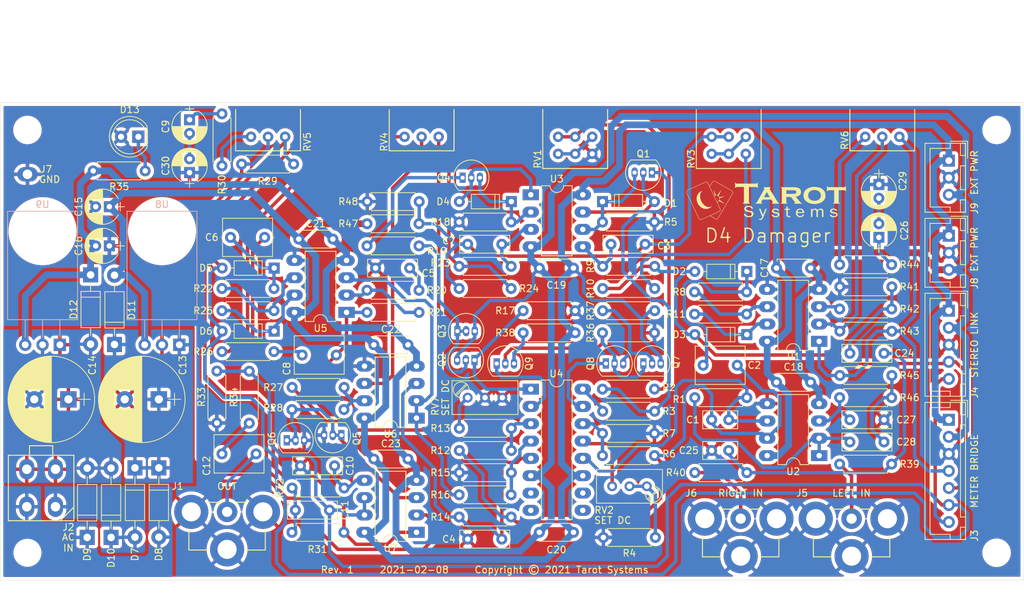
<source format=kicad_pcb>
(kicad_pcb (version 20211014) (generator pcbnew)
  (title_block (title "D4 Damager") (date "2021-02-08") (rev "1") (company "Copyright © 2021 Tarot Systems"))
  (layers (0 "F.Cu" signal) (31 "B.Cu" signal) (36 "B.SilkS" user "B.Silkscreen") (37 "F.SilkS" user "F.Silkscreen") (38 "B.Mask" user) (39 "F.Mask" user) (44 "Edge.Cuts" user))
  (net 0 "")
  (net 1 "/Limiter.sch/OUT")
  (net 2 "Net-(C1-Pad2)")
  (net 3 "Net-(C2-Pad1)")
  (net 4 "Net-(C3-Pad1)")
  (net 5 "BIAS")
  (net 6 "GND")
  (net 7 "Net-(C4-Pad2)")
  (net 8 "Net-(C5-Pad1)")
  (net 9 "Net-(C6-Pad1)")
  (net 10 "/Output Stage/IN")
  (net 11 "Net-(C7-Pad1)")
  (net 12 "Net-(C8-Pad1)")
  (net 13 "Net-(C9-Pad1)")
  (net 14 "Net-(C30-Pad2)")
  (net 15 "Net-(C10-Pad2)")
  (net 16 "OUTPUT")
  (net 17 "Net-(C11-Pad2)")
  (net 18 "Net-(C12-Pad1)")
  (net 19 "Net-(C12-Pad2)")
  (net 20 "Net-(C13-Pad1)")
  (net 21 "Net-(C14-Pad2)")
  (net 22 "+15V")
  (net 23 "-15V")
  (net 24 "Net-(C24-Pad1)")
  (net 25 "Net-(C24-Pad2)")
  (net 26 "Net-(C26-Pad1)")
  (net 27 "Net-(C26-Pad2)")
  (net 28 "Net-(C27-Pad2)")
  (net 29 "/Input stage/OUT")
  (net 30 "Net-(C28-Pad2)")
  (net 31 "Net-(D1-Pad1)")
  (net 32 "Net-(D1-Pad2)")
  (net 33 "LIM_CTRL")
  (net 34 "Net-(D3-Pad1)")
  (net 35 "Net-(D4-Pad1)")
  (net 36 "Net-(D4-Pad2)")
  (net 37 "PRE_CTRL")
  (net 38 "Net-(D6-Pad1)")
  (net 39 "Net-(D10-Pad1)")
  (net 40 "Net-(D8-Pad2)")
  (net 41 "INPUT")
  (net 42 "Net-(J5-Pad1)")
  (net 43 "Net-(J6-Pad1)")
  (net 44 "Net-(Q1-Pad1)")
  (net 45 "Net-(Q2-Pad2)")
  (net 46 "Net-(Q2-Pad1)")
  (net 47 "Net-(Q4-Pad1)")
  (net 48 "Net-(Q5-Pad1)")
  (net 49 "Net-(Q7-Pad2)")
  (net 50 "Net-(Q7-Pad1)")
  (net 51 "CCS1")
  (net 52 "Net-(Q9-Pad3)")
  (net 53 "CCS2")
  (net 54 "Net-(R2-Pad2)")
  (net 55 "Net-(R3-Pad2)")
  (net 56 "Net-(R4-Pad1)")
  (net 57 "Net-(R6-Pad1)")
  (net 58 "Net-(R11-Pad2)")
  (net 59 "Net-(R10-Pad1)")
  (net 60 "Net-(R12-Pad1)")
  (net 61 "Net-(R13-Pad2)")
  (net 62 "Net-(R15-Pad1)")
  (net 63 "Net-(R16-Pad1)")
  (net 64 "Net-(R20-Pad1)")
  (net 65 "Net-(R22-Pad1)")
  (net 66 "Net-(R26-Pad1)")
  (net 67 "Net-(R27-Pad1)")
  (net 68 "Net-(R27-Pad2)")
  (net 69 "Net-(R29-Pad1)")
  (net 70 "Net-(R29-Pad2)")
  (net 71 "Net-(R30-Pad1)")
  (net 72 "Net-(R42-Pad1)")
  (net 73 "Net-(R43-Pad2)")
  (net 74 "Net-(R44-Pad1)")
  (net 75 "Net-(RV1-Pad3)")
  (net 76 "Net-(RV2-Pad3)")
  (net 77 "Net-(RV3-Pad3)")
  (net 78 "Net-(RV4-Pad2)")
  (net 83 "Net-(D13-Pad1)")
  (footprint "Capacitors_THT:C_Rect_L7.2mm_W2.5mm_P5.00mm_FKS2_FKP2_MKS2_MKP2" (layer "F.Cu") (at 130 84.25 180)
    (fp_text reference "C5")
    (fp_text value "*")
  )
  (footprint "Capacitors_THT:C_Rect_L7.2mm_W5.5mm_P5.00mm_FKS2_FKP2_MKS2_MKP2" (layer "F.Cu") (at 114.25 97)
    (fp_text reference "C8")
    (fp_text value "1u")
  )
  (footprint "Capacitors_THT:CP_Radial_D5.0mm_P2.00mm" (layer "F.Cu") (at 97.75 62.5 -90)
    (fp_text reference "C9")
    (fp_text value "47u 25V")
  )
  (footprint "Capacitors_THT:C_Rect_L7.2mm_W5.5mm_P5.00mm_FKS2_FKP2_MKS2_MKP2" (layer "F.Cu") (at 107.5 111.5 180)
    (fp_text reference "C12")
    (fp_text value "1u")
  )
  (footprint "Capacitors_THT:CP_Radial_D12.5mm_P5.00mm" (layer "F.Cu") (at 80 103.5 180)
    (fp_text reference "C14")
    (fp_text value "1000u 35V")
  )
  (footprint "Capacitors_THT:CP_Radial_D5.0mm_P2.00mm" (layer "F.Cu") (at 86 81 180)
    (fp_text reference "C16")
    (fp_text value "47u 25V")
  )
  (footprint "Capacitors_THT:C_Disc_D4.7mm_W2.5mm_P5.00mm" (layer "F.Cu") (at 154 123 180)
    (fp_text reference "C20")
    (fp_text value "100n")
  )
  (footprint "Capacitors_THT:C_Disc_D4.7mm_W2.5mm_P5.00mm" (layer "F.Cu") (at 113.75 80)
    (fp_text reference "C21")
    (fp_text value "100n")
  )
  (footprint "Capacitors_THT:C_Disc_D4.7mm_W2.5mm_P5.00mm" (layer "F.Cu") (at 124.75 95.5)
    (fp_text reference "C22")
    (fp_text value "100n")
  )
  (footprint "Capacitors_THT:C_Disc_D4.7mm_W2.5mm_P5.00mm" (layer "F.Cu") (at 124.75 112.25)
    (fp_text reference "C23")
    (fp_text value "100n")
  )
  (footprint "Capacitors_THT:CP_Radial_D5.0mm_P2.00mm" (layer "F.Cu") (at 198.75 79.75 90)
    (fp_text reference "C26")
    (fp_text value "47u 25V")
  )
  (footprint "Capacitors_THT:CP_Radial_D5.0mm_P2.00mm" (layer "F.Cu") (at 97.75 70.25 90)
    (fp_text reference "C30")
    (fp_text value "47u 25V")
  )
  (footprint "Diodes_THT:D_DO-35_SOD27_P7.62mm_Horizontal" (layer "F.Cu") (at 110.15 84.25 180)
    (fp_text reference "D5")
    (fp_text value "1N4148")
  )
  (footprint "Diodes_THT:D_DO-41_SOD81_P10.16mm_Horizontal" (layer "F.Cu") (at 89.75 113.55 -90)
    (fp_text reference "D7")
    (fp_text value "1N4001")
  )
  (footprint "Diodes_THT:D_DO-41_SOD81_P10.16mm_Horizontal" (layer "F.Cu") (at 93.25 113.55 -90)
    (fp_text reference "D8")
    (fp_text value "1N4001")
  )
  (footprint "Diodes_THT:D_DO-41_SOD81_P10.16mm_Horizontal" (layer "F.Cu") (at 86.25 123.75 90)
    (fp_text reference "D10")
    (fp_text value "1N4001")
  )
  (footprint "Diodes_THT:D_DO-41_SOD81_P10.16mm_Horizontal" (layer "F.Cu") (at 86.75 95.46 90)
    (fp_text reference "D11")
    (fp_text value "1N4001")
  )
  (footprint "Diodes_THT:D_DO-41_SOD81_P10.16mm_Horizontal" (layer "F.Cu") (at 83.25 85.25 -90)
    (fp_text reference "D12")
    (fp_text value "1N4001")
  )
  (footprint "Connectors_JST:JST_XH_B05B-XH-A_05x2.50mm_Straight" (layer "F.Cu") (at 209 90.5 -90)
    (fp_text reference "J4")
    (fp_text value "STEREO LINK")
  )
  (footprint "TO_SOT_Packages_THT:TO-92_Inline_Narrow_Oval" (layer "F.Cu") (at 139.5 97.75 180)
    (fp_text reference "Q2")
    (fp_text value "BC546")
  )
  (footprint "TO_SOT_Packages_THT:TO-92_Inline_Narrow_Oval" (layer "F.Cu") (at 137 93.5)
    (fp_text reference "Q3")
    (fp_text value "BC546")
  )
  (footprint "TO_SOT_Packages_THT:TO-92_Inline_Narrow_Oval" (layer "F.Cu") (at 120 108.75 180)
    (fp_text reference "Q5")
    (fp_text value "BC546")
  )
  (footprint "TO_SOT_Packages_THT:TO-92_Inline_Narrow_Oval" (layer "F.Cu") (at 164.25 98.25)
    (fp_text reference "Q7")
    (fp_text value "BC556")
  )
  (footprint "TO_SOT_Packages_THT:TO-92_Inline_Narrow_Oval" (layer "F.Cu") (at 158.75 98.25)
    (fp_text reference "Q8")
    (fp_text value "BC556")
  )
  (footprint "amproc:R_Axial_DIN0207_L6.3mm_D2.5mm_P7.62mm_Horizontal_FabText" (layer "F.Cu") (at 158.25 108.5)
    (fp_text reference "R7")
    (fp_text value "100")
  )
  (footprint "amproc:R_Axial_DIN0207_L6.3mm_D2.5mm_P7.62mm_Horizontal_FabText" (layer "F.Cu") (at 144.9 107.75 180)
    (fp_text reference "R13")
    (fp_text value "56")
  )
  (footprint "amproc:R_Axial_DIN0207_L6.3mm_D2.5mm_P7.62mm_Horizontal_FabText" (layer "F.Cu") (at 137.25 120.75)
    (fp_text reference "R14")
    (fp_text value "*")
  )
  (footprint "amproc:R_Axial_DIN0207_L6.3mm_D2.5mm_P7.62mm_Horizontal_FabText" (layer "F.Cu") (at 144.9 114.25 180)
    (fp_text reference "R15")
    (fp_text value "100")
  )
  (footprint "amproc:R_Axial_DIN0207_L6.3mm_D2.5mm_P7.62mm_Horizontal_FabText" (layer "F.Cu") (at 154.25 90.5 180)
    (fp_text reference "R17")
    (fp_text value "10k")
  )
  (footprint "amproc:R_Axial_DIN0207_L6.3mm_D2.5mm_P7.62mm_Horizontal_FabText" (layer "F.Cu") (at 123.75 81)
    (fp_text reference "R19")
    (fp_text value "8k2")
  )
  (footprint "amproc:R_Axial_DIN0207_L6.3mm_D2.5mm_P7.62mm_Horizontal_FabText" (layer "F.Cu") (at 123.75 90.75)
    (fp_text reference "R21")
    (fp_text value "*")
  )
  (footprint "amproc:R_Axial_DIN0207_L6.3mm_D2.5mm_P7.62mm_Horizontal_FabText" (layer "F.Cu") (at 102.5 90.5)
    (fp_text reference "R25")
    (fp_text value "10k")
  )
  (footprint "amproc:R_Axial_DIN0207_L6.3mm_D2.5mm_P7.62mm_Horizontal_FabText" (layer "F.Cu") (at 102.5 96.5)
    (fp_text reference "R26")
    (fp_text value "22k")
  )
  (footprint "amproc:R_Axial_DIN0207_L6.3mm_D2.5mm_P7.62mm_Horizontal_FabText" (layer "F.Cu") (at 120.4 101.75 180)
    (fp_text reference "R27")
    (fp_text value "27k")
  )
  (footprint "amproc:R_Axial_DIN0207_L6.3mm_D2.5mm_P7.62mm_Horizontal_FabText" (layer "F.Cu") (at 112.75 105)
    (fp_text reference "R28")
    (fp_text value "10k")
  )
  (footprint "amproc:R_Axial_DIN0207_L6.3mm_D2.5mm_P7.62mm_Horizontal_FabText" (layer "F.Cu") (at 113 69 180)
    (fp_text reference "R29")
    (fp_text value "100k")
  )
  (footprint "amproc:R_Axial_DIN0207_L6.3mm_D2.5mm_P7.62mm_Horizontal_FabText" (layer "F.Cu") (at 102.5 69.25 90)
    (fp_text reference "R30")
    (fp_text value "3k3")
  )
  (footprint "amproc:R_Axial_DIN0207_L6.3mm_D2.5mm_P7.62mm_Horizontal_FabText" (layer "F.Cu") (at 112.75 123)
    (fp_text reference "R31")
    (fp_text value "*")
  )
  (footprint "amproc:R_Axial_DIN0207_L6.3mm_D2.5mm_P7.62mm_Horizontal_FabText" (layer "F.Cu") (at 106.5 107 90)
    (fp_text reference "R34")
    (fp_text value "100")
  )
  (footprint "amproc:R_Axial_DIN0207_L6.3mm_D2.5mm_P7.62mm_Horizontal_FabText" (layer "F.Cu") (at 158.25 93.75)
    (fp_text reference "R36")
    (fp_text value "68k")
  )
  (footprint "amproc:R_Axial_DIN0207_L6.3mm_D2.5mm_P7.62mm_Horizontal_FabText" (layer "F.Cu") (at 165.9 90.5 180)
    (fp_text reference "R37")
    (fp_text value "470")
  )
  (footprint "amproc:R_Axial_DIN0207_L6.3mm_D2.5mm_P7.62mm_Horizontal_FabText" (layer "F.Cu") (at 154.25 93.75 180)
    (fp_text reference "R38")
    (fp_text value "470")
  )
  (footprint "amproc:R_Axial_DIN0207_L6.3mm_D2.5mm_P7.62mm_Horizontal_FabText" (layer "F.Cu") (at 131.4 74.5 180)
    (fp_text reference "R48")
    (fp_text value "10")
  )
  (footprint "amproc:Potentiometer_Trimmer_Bourns_3296W_FabText" (layer "F.Cu") (at 138.5 103.25 180)
    (fp_text reference "RV7")
    (fp_text value "100")
  )
  (footprint "Housings_DIP:DIP-8_W7.62mm_LongPads" (layer "F.Cu") (at 120.75 90.75 180)
    (fp_text reference "U5")
    (fp_text value "TL072")
  )
  (footprint "Housings_DIP:DIP-8_W7.62mm_LongPads" (layer "F.Cu") (at 131 106.25 180)
    (fp_text reference "U6")
    (fp_text value "TL072")
  )
  (footprint "Housings_DIP:DIP-8_W7.62mm_LongPads" (layer "F.Cu") (at 131 123 180)
    (fp_text reference "U7")
    (fp_text value "TL072")
  )
  (footprint "amproc:R_Axial_DIN0207_L6.3mm_D2.5mm_P7.62mm_Horizontal_FabText" (layer "F.Cu") (at 158.25 111.75)
    (fp_text reference "R6")
    (fp_text value "2k2")
  )
  (footprint "amproc:R_Axial_DIN0207_L6.3mm_D2.5mm_P7.62mm_Horizontal_FabText" (layer "F.Cu") (at 165.9 105.25 180)
    (fp_text reference "R3")
    (fp_text value "8k2")
  )
  (footprint "Housings_DIP:DIP-16_W7.62mm_LongPads" (layer "F.Cu") (at 147.75 102)
    (fp_text reference "U4")
    (fp_text value "LM13700")
  )
  (footprint "amproc:R_Axial_DIN0207_L6.3mm_D2.5mm_P7.62mm_Horizontal_FabText" (layer "F.Cu") (at 158.25 102)
    (fp_text reference "R2")
    (fp_text value "82k")
  )
  (footprint "amproc:R_Axial_DIN0207_L6.3mm_D2.5mm_P7.62mm_Horizontal_FabText" (layer "F.Cu") (at 137.25 117.5)
    (fp_text reference "R16")
    (fp_text value "2k2")
  )
  (footprint "amproc:R_Axial_DIN0207_L6.3mm_D2.5mm_P7.62mm_Horizontal_FabText" (layer "F.Cu") (at 144.9 111 180)
    (fp_text reference "R12")
    (fp_text value "2k2")
  )
  (footprint "amproc:R_Axial_DIN0207_L6.3mm_D2.5mm_P7.62mm_Horizontal_FabText" (layer "F.Cu") (at 193 83.75)
    (fp_text reference "R44")
    (fp_text value "560")
  )
  (footprint "amproc:R_Axial_DIN0207_L6.3mm_D2.5mm_P7.62mm_Horizontal_FabText" (layer "F.Cu") (at 137.25 87.25)
    (fp_text reference "R24")
    (fp_text value "270k")
  )
  (footprint "amproc:R_Axial_DIN0207_L6.3mm_D2.5mm_P7.62mm_Horizontal_FabText" (layer "F.Cu") (at 123.75 87.5)
    (fp_text reference "R20")
    (fp_text value "*")
  )
  (footprint "Diodes_THT:D_DO-35_SOD27_P7.62mm_Horizontal" (layer "F.Cu") (at 110.15 93.5 180)
    (fp_text reference "D6")
    (fp_text value "1N4148")
  )
  (footprint "Capacitors_THT:C_Rect_L7.2mm_W2.5mm_P5.00mm_FKS2_FKP2_MKS2_MKP2" (layer "F.Cu") (at 118.25 119.75 180)
    (fp_text reference "C11")
    (fp_text value "*")
  )
  (footprint "Capacitors_THT:CP_Radial_D12.5mm_P5.00mm" (layer "F.Cu") (at 93.25 103.5 180)
    (fp_text reference "C13")
    (fp_text value "1000u 35V")
  )
  (footprint "Diodes_THT:D_DO-41_SOD81_P10.16mm_Horizontal" (layer "F.Cu") (at 82.75 123.75 90)
    (fp_text reference "D9")
    (fp_text value "1N4001")
  )
  (footprint "TO_SOT_Packages_THT:TO-92_Inline_Narrow_Oval" (layer "F.Cu") (at 112 109.5)
    (fp_text reference "Q6")
    (fp_text value "BC556")
  )
  (footprint "Capacitors_THT:C_Rect_L7.2mm_W5.5mm_P5.00mm_FKS2_FKP2_MKS2_MKP2" (layer "F.Cu") (at 103.75 79.75)
    (fp_text reference "C6")
    (fp_text value "1u")
  )
  (footprint "Capacitors_THT:C_Rect_L7.2mm_W2.5mm_P5.00mm_FKS2_FKP2_MKS2_MKP2" (layer "F.Cu") (at 138.5 124)
    (fp_text reference "C4")
    (fp_text value "1n")
  )
  (footprint "amproc:R_Axial_DIN0207_L6.3mm_D2.5mm_P7.62mm_Horizontal_FabText" (layer "F.Cu") (at 102.5 87.25)
    (fp_text reference "R22")
    (fp_text value "10k")
  )
  (footprint "Capacitors_THT:C_Rect_L7.2mm_W2.5mm_P5.00mm_FKS2_FKP2_MKS2_MKP2" (layer "F.Cu") (at 194.5 96.75)
    (fp_text reference "C24")
    (fp_text value "150n")
  )
  (footprint "Capacitors_THT:C_Disc_D5.0mm_W2.5mm_P2.50mm" (layer "F.Cu") (at 176.75 111 180)
    (fp_text reference "C25")
    (fp_text value "100p")
  )
  (footprint "Capacitors_THT:C_Rect_L7.2mm_W2.5mm_P5.00mm_FKS2_FKP2_MKS2_MKP2" (layer "F.Cu") (at 199.5 106.5 180)
    (fp_text reference "C27")
    (fp_text value "*")
  )
  (footprint "Capacitors_THT:C_Rect_L7.2mm_W2.5mm_P5.00mm_FKS2_FKP2_MKS2_MKP2" (layer "F.Cu") (at 194.5 109.75)
    (fp_text reference "C28")
    (fp_text value "*")
  )
  (footprint "Diodes_THT:D_DO-35_SOD27_P7.62mm_Horizontal" (layer "F.Cu") (at 179.4 94 180)
    (fp_text reference "D3")
    (fp_text value "1N4148")
  )
  (footprint "Diodes_THT:D_DO-35_SOD27_P7.62mm_Horizontal" (layer "F.Cu") (at 179.4 84.75 180)
    (fp_text reference "D2")
    (fp_text value "1N4148")
  )
  (footprint "amproc:NYS354" (layer "F.Cu") (at 194.75 121 180)
    (fp_text reference "J5")
    (fp_text value "LEFT IN")
  )
  (footprint "amproc:R_Axial_DIN0207_L6.3mm_D2.5mm_P7.62mm_Horizontal_FabText" (layer "F.Cu") (at 171.75 87.75)
    (fp_text reference "R8")
    (fp_text value "10k")
  )
  (footprint "amproc:R_Axial_DIN0207_L6.3mm_D2.5mm_P7.62mm_Horizontal_FabText" (layer "F.Cu") (at 179.4 103.25 180)
    (fp_text reference "R1")
    (fp_text value "100k")
  )
  (footprint "amproc:R_Axial_DIN0207_L6.3mm_D2.5mm_P7.62mm_Horizontal_FabText" (layer "F.Cu") (at 171.75 91)
    (fp_text reference "R11")
    (fp_text value "10k")
  )
  (footprint "Capacitors_THT:C_Disc_D4.7mm_W2.5mm_P5.00mm" (layer "F.Cu") (at 183.75 101)
    (fp_text reference "C18")
    (fp_text value "100n")
  )
  (footprint "Capacitors_THT:C_Disc_D5.0mm_W2.5mm_P2.50mm" (layer "F.Cu") (at 174.25 106.5)
    (fp_text reference "C1")
    (fp_text value "100p")
  )
  (footprint "Capacitors_THT:C_Rect_L7.2mm_W5.5mm_P5.00mm_FKS2_FKP2_MKS2_MKP2" (layer "F.Cu") (at 173 98.5)
    (fp_text reference "C2")
    (fp_text value "1u")
  )
  (footprint "Capacitors_THT:C_Disc_D4.7mm_W2.5mm_P5.00mm" (layer "F.Cu") (at 183.75 84.25)
    (fp_text reference "C17")
    (fp_text value "100n")
  )
  (footprint "amproc:R_Axial_DIN0207_L6.3mm_D2.5mm_P7.62mm_Horizontal_FabText" (layer "F.Cu") (at 193 113)
    (fp_text reference "R39")
    (fp_text value "27k")
  )
  (footprint "amproc:R_Axial_DIN0207_L6.3mm_D2.5mm_P7.62mm_Horizontal_FabText" (layer "F.Cu") (at 179.4 114.25 180)
    (fp_text reference "R40")
    (fp_text value "27k")
  )
  (footprint "amproc:R_Axial_DIN0207_L6.3mm_D2.5mm_P7.62mm_Horizontal_FabText" (layer "F.Cu") (at 193 90.25)
    (fp_text reference "R42")
    (fp_text value "2k2")
  )
  (footprint "amproc:R_Axial_DIN0207_L6.3mm_D2.5mm_P7.62mm_Horizontal_FabText" (layer "F.Cu") (at 200.65 87 180)
    (fp_text reference "R41")
    (fp_text value "27k")
  )
  (footprint "amproc:R_Axial_DIN0207_L6.3mm_D2.5mm_P7.62mm_Horizontal_FabText" (layer "F.Cu") (at 193 103.25)
    (fp_text reference "R46")
    (fp_text value "*")
  )
  (footprint "amproc:R_Axial_DIN0207_L6.3mm_D2.5mm_P7.62mm_Horizontal_FabText" (layer "F.Cu") (at 200.65 100 180)
    (fp_text reference "R45")
    (fp_text value "*")
  )
  (footprint "amproc:R_Axial_DIN0207_L6.3mm_D2.5mm_P7.62mm_Horizontal_FabText" (layer "F.Cu") (at 200.65 93.5 180)
    (fp_text reference "R43")
    (fp_text value "100k")
  )
  (footprint "Housings_DIP:DIP-8_W7.62mm_LongPads" (layer "F.Cu") (at 190 95 180)
    (fp_text reference "U1")
    (fp_text value "TL072")
  )
  (footprint "Housings_DIP:DIP-8_W7.62mm_LongPads" (layer "F.Cu") (at 190 111.75 180)
    (fp_text reference "U2")
    (fp_text value "TL072")
  )
  (footprint "amproc:R_Axial_DIN0207_L6.3mm_D2.5mm_P7.62mm_Horizontal_FabText" (layer "F.Cu") (at 101.75 99.35 -90)
    (fp_text reference "R33")
    (fp_text value "10k")
  )
  (footprint "amproc:R_Axial_DIN0207_L6.3mm_D2.5mm_P7.62mm_Horizontal_FabText" (layer "F.Cu") (at 120.4 116.5 180)
    (fp_text reference "R32")
    (fp_text value "*")
  )
  (footprint "amproc:39-28-1043" (layer "F.Cu") (at 76 116.5 180)
    (fp_text reference "J2")
    (fp_text value "AC IN")
  )
  (footprint "Capacitors_THT:CP_Radial_D5.0mm_P2.00mm" (layer "F.Cu") (at 86 75.25 180)
    (fp_text reference "C15")
    (fp_text value "47u 25V")
  )
  (footprint "amproc:R_Axial_DIN0207_L6.3mm_D2.5mm_P7.62mm_Horizontal_FabText" (layer "F.Cu") (at 123.75 77.75)
    (fp_text reference "R47")
    (fp_text value "10k")
  )
  (footprint "Connectors_JST:JST_XH_B03B-XH-A_03x2.50mm_Straight" (layer "F.Cu") (at 209 79.5 -90)
    (fp_text reference "J8")
    (fp_text value "EXT POWER")
  )
  (footprint "Connectors_JST:JST_XH_B03B-XH-A_03x2.50mm_Straight" (layer "F.Cu") (at 209 68.5 -90)
    (fp_text reference "J9")
    (fp_text value "EXT POWER")
  )
  (footprint "amproc:NYS354" (layer "F.Cu") (at 103.25 120 180)
    (fp_text reference "J1")
    (fp_text value "OUT")
  )
  (footprint "amproc:NYS354" (layer "F.Cu") (at 178.5 121 180)
    (fp_text reference "J6")
    (fp_text value "RIGHT IN")
  )
  (footprint "Housings_DIP:DIP-8_W7.62mm_LongPads" (layer "F.Cu") (at 147.75 73.5)
    (fp_text reference "U3")
    (fp_text value "TL072")
  )
  (footprint "Diodes_THT:D_DO-35_SOD27_P7.62mm_Horizontal" (layer "F.Cu") (at 158.25 74.5)
    (fp_text reference "D1")
    (fp_text value "1N4148")
  )
  (footprint "Diodes_THT:D_DO-35_SOD27_P7.62mm_Horizontal" (layer "F.Cu") (at 144.9 74.5 180)
    (fp_text reference "D4")
    (fp_text value "1N4148")
  )
  (footprint "TO_SOT_Packages_THT:TO-92_Inline_Narrow_Oval" (layer "F.Cu") (at 165.5 70.25 180)
    (fp_text reference "Q1")
    (fp_text value "BC556")
  )
  (footprint "TO_SOT_Packages_THT:TO-92_Inline_Narrow_Oval" (layer "F.Cu") (at 137.75 71)
    (fp_text reference "Q4")
    (fp_text value "BC556")
  )
  (footprint "amproc:R_Axial_DIN0207_L6.3mm_D2.5mm_P7.62mm_Horizontal_FabText" (layer "F.Cu") (at 165.9 84 180)
    (fp_text reference "R9")
    (fp_text value "10k")
  )
  (footprint "amproc:R_Axial_DIN0207_L6.3mm_D2.5mm_P7.62mm_Horizontal_FabText" (layer "F.Cu") (at 165.9 87.25 180)
    (fp_text reference "R10")
    (fp_text value "100k")
  )
  (footprint "amproc:R_Axial_DIN0207_L6.3mm_D2.5mm_P7.62mm_Horizontal_FabText" (layer "F.Cu") (at 158.25 77.5)
    (fp_text reference "R5")
    (fp_text value "100")
  )
  (footprint "amproc:R_Axial_DIN0207_L6.3mm_D2.5mm_P7.62mm_Horizontal_FabText" (layer "F.Cu") (at 137.25 77.5)
    (fp_text reference "R18")
    (fp_text value "100")
  )
  (footprint "Capacitors_THT:C_Rect_L7.2mm_W2.5mm_P5.00mm_FKS2_FKP2_MKS2_MKP2" (layer "F.Cu") (at 143.5 80.75 180)
    (fp_text reference "C7")
    (fp_text value "100n")
  )
  (footprint "Capacitors_THT:C_Disc_D4.7mm_W2.5mm_P5.00mm" (layer "F.Cu") (at 154 84.25 180)
    (fp_text reference "C19")
    (fp_text value "100n")
  )
  (footprint "Capacitors_THT:C_Rect_L7.2mm_W2.5mm_P5.00mm_FKS2_FKP2_MKS2_MKP2" (layer "F.Cu") (at 159.5 80.75)
    (fp_text reference "C3")
    (fp_text value "100n")
  )
  (footprint "amproc:R_Axial_DIN0207_L6.3mm_D2.5mm_P7.62mm_Horizontal_FabText" (layer "F.Cu") (at 137.25 84)
    (fp_text reference "R23")
    (fp_text value "10k")
  )
  (footprint "Mounting_Holes:MountingHole_3.2mm_M3" (layer "F.Cu") (at 74 126)
    (fp_text reference "H1" hide)
    (fp_text value "M3")
  )
  (footprint "Mounting_Holes:MountingHole_3.2mm_M3" (layer "F.Cu") (at 74 64)
    (fp_text reference "H3" hide)
    (fp_text value "M3")
  )
  (footprint "Mounting_Holes:MountingHole_3.2mm_M3" (layer "F.Cu") (at 216 64)
    (fp_text reference "H4" hide)
    (fp_text value "M3")
  )
  (footprint "Mounting_Holes:MountingHole_3.2mm_M3" (layer "F.Cu") (at 216 126)
    (fp_text reference "H2" hide)
    (fp_text value "M3")
  )
  (footprint "amproc:R_Axial_DIN0207_L6.3mm_D2.5mm_P7.62mm_Horizontal_FabText" (layer "F.Cu") (at 166 123.75 180)
    (fp_text reference "R4")
    (fp_text value "56")
  )
  (footprint "amproc:Potentiometer_Trimmer_Bourns_3296W_FabText" (layer "F.Cu") (at 164.75 116.25)
    (fp_text reference "RV2")
    (fp_text value "100")
  )
  (footprint "amproc:PTD902-15K" (layer "F.Cu") (at 154.25 65 90)
    (fp_text reference "RV1")
    (fp_text value "500k LIN")
  )
  (footprint "amproc:PTD902-15K" (layer "F.Cu") (at 176.75 65 90)
    (fp_text reference "RV3")
    (fp_text value "500k LIN")
  )
  (footprint "amproc:PTD901-15K" (layer "F.Cu") (at 109.25 65 90)
    (fp_text reference "RV5")
    (fp_text value "10k ANTILOG")
  )
  (footprint "amproc:PTD901-15K" (layer "F.Cu") (at 131.75 65 90)
    (fp_text reference "RV4")
    (fp_text value "10k ANTILOG")
  )
  (footprint "amproc:PTD901-15K" (layer "F.Cu") (at 199.25 65 90)
    (fp_text reference "RV6")
    (fp_text value "10k ANTILOG")
  )
  (footprint "Capacitors_THT:CP_Radial_D5.0mm_P2.00mm" (layer "F.Cu") (at 198.75 72 -90)
    (fp_text reference "C29")
    (fp_text value "47u 25V")
  )
  (footprint "Connectors_JST:JST_XH_B07B-XH-A_07x2.50mm_Straight" (layer "F.Cu") (at 209 106.5 -90)
    (fp_text reference "J3")
    (fp_text value "METER BRIDGE")
  )
  (footprint "Capacitors_THT:C_Rect_L7.2mm_W2.5mm_P5.00mm_FKS2_FKP2_MKS2_MKP2" (layer "F.Cu") (at 114 113.25)
    (fp_text reference "C10")
    (fp_text value "*")
  )
  (footprint "amproc:R_Axial_DIN0207_L6.3mm_D2.5mm_P7.62mm_Horizontal_FabText" (layer "F.Cu") (at 91.25 70 180)
    (fp_text reference "R35")
    (fp_text value "2k2")
  )
  (footprint "LEDs:LED_D5.0mm" (layer "F.Cu") (at 90.25 65 180)
    (fp_text reference "D13")
    (fp_text value "RED")
  )
  (footprint "amproc:TAB_378005.68" (layer "F.Cu") (at 74 70.5 180)
    (fp_text reference "J7")
    (fp_text value "CHASSIS")
  )
  (footprint "tarot:tarot_logo_fsilk_25mm" (layer "F.Cu") (at 182.5 74.5)
    (fp_text reference "G1" hide)
    (fp_text value "LOGO" hide)
  )
  (footprint "TO_SOT_Packages_THT:TO-92_Inline_Narrow_Oval" (layer "F.Cu") (at 142.75 98.25)
    (fp_text reference "Q9")
    (fp_text value "BC556")
  )
  (footprint "TO_SOT_Packages_THT:TO-220-3_Horizontal" (layer "B.Cu") (at 78.75 95.5 180)
    (fp_text reference "U9")
    (fp_text value "L7915")
  )
  (footprint "TO_SOT_Packages_THT:TO-220-3_Horizontal" (layer "B.Cu") (at 96.25 95.5 180)
    (fp_text reference "U8")
    (fp_text value "L7815")
  )
  (gr_line (start 220 60) (end 220 130) (layer "Edge.Cuts") (width 0.05))
  (gr_line (start 70 130) (end 70 60) (layer "Edge.Cuts") (width 0.05))
  (gr_line (start 220 130) (end 70 130) (layer "Edge.Cuts") (width 0.05))
  (gr_line (start 70 60) (end 220 60) (layer "Edge.Cuts") (width 0.05))
  (gr_text "LEFT IN" (at 194.75 117.25) (layer "F.SilkS") (effects (font (size 1 1))))
  (gr_text "RIGHT IN" (at 178.5 117.25) (layer "F.SilkS") (effects (font (size 1 1))))
  (gr_text "SET DC" (at 159.75 121.25) (layer "F.SilkS") (effects (font (size 1 1))))
  (gr_text "D4 Damager" (at 182.5 79.5) (layer "F.SilkS") (effects (font (size 2 2) (thickness 0.2))))
  (gr_text "Rev. 1     2021-02-08     Copyright © 2021 Tarot Systems" (at 141 128.5) (layer "F.SilkS") (effects (font (size 1 1))))
  (gr_text "OUT" (at 103.25 116.25) (layer "F.SilkS") (effects (font (size 1 1))))
  (gr_text "AC\nIN" (at 80 124.5) (layer "F.SilkS") (effects (font (size 1 1))))
  (gr_text "EXT PWR" (at 212.75 70.25 90) (layer "F.SilkS") (effects (font (size 1 1))))
  (gr_text "SET DC" (at 135.25 103.25 90) (layer "F.SilkS") (effects (font (size 1 1))))
  (gr_text "EXT PWR" (at 212.75 81.5 90) (layer "F.SilkS") (effects (font (size 1 1))))
  (gr_text "GND" (at 77.25 71.25) (layer "F.SilkS") (effects (font (size 1 1))))
  (gr_text "METER BRIDGE" (at 212.75 114 90) (layer "F.SilkS") (effects (font (size 1 1))))
  (gr_text "STEREO LINK" (at 212.75 95.5 90) (layer "F.SilkS") (effects (font (size 1 1))))
  (segment (start 145.62 121.5) (end 163.25 121.5) (width 0.5) (layer "F.Cu") (net 1))
  (segment (start 144.87 120.75) (end 145.62 121.5) (width 0.5) (layer "F.Cu") (net 1))
  (segment (start 166.75 112.63) (end 165.87 111.75) (width 0.5) (layer "F.Cu") (net 1))
  (segment (start 163.25 121.5) (end 166.75 118) (width 0.5) (layer "F.Cu") (net 1))
  (segment (start 166.75 118) (end 166.75 112.63) (width 0.5) (layer "F.Cu") (net 1))
  (segment (start 173 101.5) (end 171.25 101.5) (width 0.5) (layer "B.Cu") (net 1))
  (segment (start 167.75 111.75) (end 167.25 111.75) (width 0.5) (layer "B.Cu") (net 1))
  (segment (start 181.75 102.25) (end 178 98.5) (width 0.5) (layer "B.Cu") (net 1))
  (segment (start 182.38 109.21) (end 184.25 107.34) (width 0.5) (layer "B.Cu") (net 1))
  (segment (start 184.25 107.34) (end 184.25 103.25) (width 0.5) (layer "B.Cu") (net 1))
  (segment (start 170.25 102.5) (end 170.25 109.25) (width 0.5) (layer "B.Cu") (net 1))
  (segment (start 181.67 108.5) (end 182.38 109.21) (width 0.5) (layer "B.Cu") (net 1))
  (segment (start 174.25 102.75) (end 173 101.5) (width 0.5) (layer "B.Cu") (net 1))
  (segment (start 174.25 106.5) (end 174.25 107) (width 0.5) (layer "B.Cu") (net 1))
  (segment (start 167.25 111.75) (end 165.87 111.75) (width 0.5) (layer "B.Cu") (net 1))
  (segment (start 184.25 103.25) (end 183.25 102.25) (width 0.5) (layer "B.Cu") (net 1))
  (segment (start 143.5 120.75) (end 140.75 118) (width 0.5) (layer "B.Cu") (net 1))
  (segment (start 175.75 108.5) (end 181.67 108.5) (width 0.5) (layer "B.Cu") (net 1))
  (segment (start 174.25 106.5) (end 174.25 102.75) (width 0.5) (layer "B.Cu") (net 1))
  (segment (start 140.75 118) (end 140.75 114.47) (width 0.5) (layer "B.Cu") (net 1))
  (segment (start 170.25 109.25) (end 167.75 111.75) (width 0.5) (layer "B.Cu") (net 1))
  (segment (start 174.25 107) (end 175.75 108.5) (width 0.5) (layer "B.Cu") (net 1))
  (segment (start 144.87 120.75) (end 143.5 120.75) (width 0.5) (layer "B.Cu") (net 1))
  (segment (start 171.25 101.5) (end 170.25 102.5) (width 0.5) (layer "B.Cu") (net 1))
  (segment (start 140.75 114.47) (end 137.28 111) (width 0.5) (layer "B.Cu") (net 1))
  (segment (start 183.25 102.25) (end 181.75 102.25) (width 0.5) (layer "B.Cu") (net 1))
  (segment (start 179.4 103.25) (end 178.25 103.25) (width 0.5) (layer "B.Cu") (net 2))
  (segment (start 182.38 106.67) (end 176.92 106.67) (width 0.5) (layer "B.Cu") (net 2))
  (segment (start 167 110.25) (end 169 108.25) (width 0.5) (layer "B.Cu") (net 2))
  (segment (start 155.91 112.16) (end 157.75 114) (width 0.5) (layer "B.Cu") (net 2))
  (segment (start 175.25 100.75) (end 178.25 100.75) (width 0.5) (layer "B.Cu") (net 2))
  (segment (start 178.25 100.75) (end 179.4 101.9) (width 0.5) (layer "B.Cu") (net 2))
  (segment (start 179.4 101.9) (end 179.4 103.25) (width 0.5) (layer "B.Cu") (net 2))
  (segment (start 176.75 106.5) (end 176.75 104.75) (width 0.5) (layer "B.Cu") (net 2))
  (segment (start 159.75 114) (end 163.5 110.25) (width 0.5) (layer "B.Cu") (net 2))
  (segment (start 163.5 110.25) (end 167 110.25) (width 0.5) (layer "B.Cu") (net 2))
  (segment (start 155.37 112.16) (end 155.91 112.16) (width 0.5) (layer "B.Cu") (net 2))
  (segment (start 176.75 104.75) (end 178.25 103.25) (width 0.5) (layer "B.Cu") (net 2))
  (segment (start 176.92 106.67) (end 176.75 106.5) (width 0.5) (layer "B.Cu") (net 2))
  (segment (start 170 100.75) (end 171.25 100.75) (width 0.5) (layer "B.Cu") (net 2))
  (segment (start 169 101.75) (end 170 100.75) (width 0.5) (layer "B.Cu") (net 2))
  (segment (start 175.25 100.75) (end 171.25 100.75) (width 0.5) (layer "B.Cu") (net 2))
  (segment (start 157.75 114) (end 159.75 114) (width 0.5) (layer "B.Cu") (net 2))
  (segment (start 169 108.25) (end 169 101.75) (width 0.5) (layer "B.Cu") (net 2))
  (segment (start 173.5 98) (end 173 98.5) (width 0.5) (layer "B.Cu") (net 3))
  (segment (start 170.25 91.75) (end 171 92.5) (width 0.5) (layer "B.Cu") (net 3))
  (segment (start 173.5 93.25) (end 173.5 98) (width 0.5) (layer "B.Cu") (net 3))
  (segment (start 174.25 87.75) (end 172.75 86.25) (width 0.5) (layer "B.Cu") (net 3))
  (segment (start 170.25 86.75) (end 170.25 91.75) (width 0.5) (layer "B.Cu") (net 3))
  (segment (start 179.4 84.75) (end 179.4 87.72) (width 0.5) (layer "B.Cu") (net 3))
  (segment (start 170.75 86.25) (end 170.25 86.75) (width 0.5) (layer "B.Cu") (net 3))
  (segment (start 179.4 87.72) (end 179.37 87.75) (width 0.5) (layer "B.Cu") (net 3))
  (segment (start 172.75 92.5) (end 173.5 93.25) (width 0.5) (layer "B.Cu") (net 3))
  (segment (start 171 92.5) (end 172.75 92.5) (width 0.5) (layer "B.Cu") (net 3))
  (segment (start 172.75 86.25) (end 170.75 86.25) (width 0.5) (layer "B.Cu") (net 3))
  (segment (start 179.37 87.75) (end 174.25 87.75) (width 0.5) (layer "B.Cu") (net 3))
  (segment (start 158.28 84) (end 159.5 82.78) (width 0.5) (layer "B.Cu") (net 4))
  (segment (start 159.5 82.78) (end 159.5 80.75) (width 0.5) (layer "B.Cu") (net 4))
  (segment (start 155.37 81.12) (end 155.4 81.12) (width 0.5) (layer "B.Cu") (net 4))
  (segment (start 155.4 81.12) (end 158.28 84) (width 0.5) (layer "B.Cu") (net 4))
  (segment (start 140.25 82.5) (end 138.5 80.75) (width 0.5) (layer "F.Cu") (net 5))
  (segment (start 162.75 82.5) (end 140.25 82.5) (width 0.5) (layer "F.Cu") (net 5))
  (segment (start 164.5 80.75) (end 162.75 82.5) (width 0.5) (layer "F.Cu") (net 5))
  (segment (start 135.5 85.5) (end 137.25 87.25) (width 0.5) (layer "B.Cu") (net 5))
  (segment (start 137 80.75) (end 135.5 82.25) (width 0.5) (layer "B.Cu") (net 5))
  (segment (start 138.5 80.75) (end 137 80.75) (width 0.5) (layer "B.Cu") (net 5))
  (segment (start 135.5 82.25) (end 135.5 85.5) (width 0.5) (layer "B.Cu") (net 5))
  (segment (start 131.4 77.72) (end 131.37 77.75) (width 0.5) (layer "B.Cu") (net 5))
  (segment (start 171 79.25) (end 169.5 80.75) (width 0.5) (layer "B.Cu") (net 5))
  (segment (start 136.75 80.75) (end 138.5 80.75) (width 0.5) (layer "B.Cu") (net 5))
  (segment (start 131.37 77.75) (end 133.75 77.75) (width 0.5) (layer "B.Cu") (net 5))
  (segment (start 174.25 65) (end 176.75 65) (width 0.5) (layer "B.Cu") (net 5))
  (segment (start 165.25 80.75) (end 164.5 80.75) (width 0.5) (layer "B.Cu") (net 5))
  (segment (start 174.25 65) (end 173 65) (width 0.5) (layer "B.Cu") (net 5))
  (segment (start 169.5 80.75) (end 165.25 80.75) (width 0.5) (layer "B.Cu") (net 5))
  (segment (start 131.4 74.5) (end 131.4 77.72) (width 0.5) (layer "B.Cu") (net 5))
  (segment (start 133.75 77.75) (end 136.75 80.75) (width 0.5) (layer "B.Cu") (net 5))
  (segment (start 173 65) (end 171 67) (width 0.5) (layer "B.Cu") (net 5))
  (segment (start 171 67) (end 171 79.25) (width 0.5) (layer "B.Cu") (net 5))
  (segment (start 146.34 112.16) (end 145.75 112.75) (width 0.5) (layer "F.Cu") (net 7))
  (segment (start 145.75 112.75) (end 144 112.75) (width 0.5) (layer "F.Cu") (net 7))
  (segment (start 144 112.75) (end 143.5 113.25) (width 0.5) (layer "F.Cu") (net 7))
  (segment (start 147.75 112.16) (end 146.34 112.16) (width 0.5) (layer "F.Cu") (net 7))
  (segment (start 143.5 113.25) (end 143.5 124) (width 0.5) (layer "F.Cu") (net 7))
  (segment (start 133.75 113.75) (end 133.75 119) (width 0.5) (layer "B.Cu") (net 7))
  (segment (start 141.75 122.25) (end 143.5 124) (width 0.5) (layer "B.Cu") (net 7))
  (segment (start 130.58 101.17) (end 129 102.75) (width 0.5) (layer "B.Cu") (net 7))
  (segment (start 133.75 119) (end 135.5 120.75) (width 0.5) (layer "B.Cu") (net 7))
  (segment (start 135.5 120.75) (end 137.25 120.75) (width 0.5) (layer "B.Cu") (net 7))
  (segment (start 131 101.17) (end 130.58 101.17) (width 0.5) (layer "B.Cu") (net 7))
  (segment (start 129 102.75) (end 129 109) (width 0.5) (layer "B.Cu") (net 7))
  (segment (start 137.25 120.75) (end 138.75 122.25) (width 0.5) (layer "B.Cu") (net 7))
  (segment (start 138.75 122.25) (end 141.75 122.25) (width 0.5) (layer "B.Cu") (net 7))
  (segment (start 129 109) (end 133.75 113.75) (width 0.5) (layer "B.Cu") (net 7))
  (segment (start 131.37 87.5) (end 131.37 85.62) (width 0.5) (layer "B.Cu") (net 8))
  (segment (start 131.37 85.62) (end 130 84.25) (width 0.5) (layer "B.Cu") (net 8))
  (segment (start 110.12 87.25) (end 110.12 84.28) (width 0.5) (layer "B.Cu") (net 9))
  (segment (start 110.15 84.25) (end 108.25 84.25) (width 0.5) (layer "B.Cu") (net 9))
  (segment (start 110.12 84.28) (end 110.15 84.25) (width 0.5) (layer "B.Cu") (net 9))
  (segment (start 108.25 84.25) (end 103.75 79.75) (width 0.5) (layer "B.Cu") (net 9))
  (segment (start 107 96.75) (end 109.25 99) (width 0.5) (layer "F.Cu") (net 10))
  (segment (start 107 81.5) (end 107 96.75) (width 0.5) (layer "F.Cu") (net 10))
  (segment (start 120.75 95.5) (end 119.25 97) (width 0.5) (layer "F.Cu") (net 10))
  (segment (start 117.25 99) (end 119.25 97) (width 0.5) (layer "F.Cu") (net 10))
  (segment (start 108.75 79.75) (end 107 81.5) (width 0.5) (layer "F.Cu") (net 10))
  (segment (start 120.75 90.75) (end 120.75 95.5) (width 0.5) (layer "F.Cu") (net 10))
  (segment (start 109.25 99) (end 117.25 99) (width 0.5) (layer "F.Cu") (net 10))
  (segment (start 123.75 90.75) (end 120.75 90.75) (width 0.5) (layer "B.Cu") (net 10))
  (segment (start 143.5 82.63) (end 144.87 84) (width 0.5) (layer "B.Cu") (net 11))
  (segment (start 144.5 80.75) (end 146.67 78.58) (width 0.5) (layer "B.Cu") (net 11))
  (segment (start 143.5 80.75) (end 144.5 80.75) (width 0.5) (layer "B.Cu") (net 11))
  (segment (start 146.67 78.58) (end 147.75 78.58) (width 0.5) (layer "B.Cu") (net 11))
  (segment (start 143.5 80.75) (end 143.5 82.63) (width 0.5) (layer "B.Cu") (net 11))
  (segment (start 113.75 96.5) (end 114.25 97) (width 0.5) (layer "B.Cu") (net 12))
  (segment (start 110.12 96.5) (end 113.75 96.5) (width 0.5) (layer "B.Cu") (net 12))
  (segment (start 102.5 61.63) (end 98.62 61.63) (width 0.5) (layer "B.Cu") (net 13))
  (segment (start 98.62 61.63) (end 97.75 62.5) (width 0.5) (layer "B.Cu") (net 13))
  (segment (start 97.75 64.5) (end 97.75 68.25) (width 0.5) (layer "B.Cu") (net 14))
  (segment (start 123.38 115.38) (end 122.12 115.38) (width 0.5) (layer "B.Cu") (net 15))
  (segment (start 119 113.25) (end 119 115.1) (width 0.5) (layer "B.Cu") (net 15))
  (segment (start 121 116.5) (end 120.4 116.5) (width 0.5) (layer "B.Cu") (net 15))
  (segment (start 119 115.1) (end 120.4 116.5) (width 0.5) (layer "B.Cu") (net 15))
  (segment (start 122.12 115.38) (end 121 116.5) (width 0.5) (layer "B.Cu") (net 15))
  (segment (start 106.5 99.38) (end 109.435 102.315) (width 0.5) (layer "B.Cu") (net 16))
  (segment (start 120.71 120.46) (end 121.46 120.46) (width 0.5) (layer "B.Cu") (net 16))
  (segment (start 118.25 119.75) (end 120 119.75) (width 0.5) (layer "B.Cu") (net 16))
  (segment (start 109.435 109.935) (end 111.25 111.75) (width 0.5) (layer "B.Cu") (net 16))
  (segment (start 167.75 126.5) (end 167.75 118) (width 0.5) (layer "B.Cu") (net 16))
  (segment (start 208 121.5) (end 209 121.5) (width 0.5) (layer "B.Cu") (net 16))
  (segment (start 121.46 120.46) (end 123.38 120.46) (width 0.5) (layer "B.Cu") (net 16))
  (segment (start 116.25 117.75) (end 118.25 119.75) (width 0.5) (layer "B.Cu") (net 16))
  (segment (start 123.38 117.92) (end 123.38 120.46) (width 0.5) (layer "B.Cu") (net 16))
  (segment (start 101.78 99.38) (end 101.75 99.35) (width 0.5) (layer "B.Cu") (net 16))
  (segment (start 169.75 116) (end 205 116) (width 0.5) (layer "B.Cu") (net 16))
  (segment (start 207 120.5) (end 208 121.5) (width 0.5) (layer "B.Cu") (net 16))
  (segment (start 207 118) (end 207 120.5) (width 0.5) (layer "B.Cu") (net 16))
  (segment (start 118.25 119.75) (end 118.25 126) (width 0.5) (layer "B.Cu") (net 16))
  (segment (start 167.75 118) (end 169.75 116) (width 0.5) (layer "B.Cu") (net 16))
  (segment (start 120.25 128) (end 166.25 128) (width 0.5) (layer "B.Cu") (net 16))
  (segment (start 120 119.75) (end 120.71 120.46) (width 0.5) (layer "B.Cu") (net 16))
  (segment (start 109.435 102.315) (end 109.435 109.935) (width 0.5) (layer "B.Cu") (net 16))
  (segment (start 115.25 111.75) (end 116.25 112.75) (width 0.5) (layer "B.Cu") (net 16))
  (segment (start 118.25 126) (end 120.25 128) (width 0.5) (layer "B.Cu") (net 16))
  (segment (start 205 116) (end 207 118) (width 0.5) (layer "B.Cu") (net 16))
  (segment (start 166.25 128) (end 167.75 126.5) (width 0.5) (layer "B.Cu") (net 16))
  (segment (start 106.5 99.38) (end 101.78 99.38) (width 0.5) (layer "B.Cu") (net 16))
  (segment (start 111.25 111.75) (end 115.25 111.75) (width 0.5) (layer "B.Cu") (net 16))
  (segment (start 116.25 112.75) (end 116.25 117.75) (width 0.5) (layer "B.Cu") (net 16))
  (segment (start 113.25 119.75) (end 113.25 122.5) (width 0.5) (layer "B.Cu") (net 17))
  (segment (start 113.25 119.75) (end 113.25 116.97) (width 0.5) (layer "B.Cu") (net 17))
  (segment (start 113.25 116.97) (end 112.78 116.5) (width 0.5) (layer "B.Cu") (net 17))
  (segment (start 113.25 122.5) (end 112.75 123) (width 0.5) (layer "B.Cu") (net 17))
  (segment (start 103.25 118) (end 103.25 120) (width 0.5) (layer "B.Cu") (net 18))
  (segment (start 103.25 118) (end 103.25 115.75) (width 0.5) (layer "B.Cu") (net 18))
  (segment (start 103.25 115.75) (end 107.5 111.5) (width 0.5) (layer "B.Cu") (net 18))
  (segment (start 102.5 111) (end 106.5 107) (width 0.5) (layer "B.Cu") (net 19))
  (segment (start 102.5 111.5) (end 102.5 111) (width 0.5) (layer "B.Cu") (net 19))
  (segment (start 123.75 77.75) (end 116 77.75) (width 1) (layer "F.Cu") (net 22))
  (segment (start 116 77.75) (end 113.75 80) (width 1) (layer "F.Cu") (net 22))
  (segment (start 155.37 73.5) (end 154 73.5) (width 1) (layer "B.Cu") (net 22))
  (segment (start 154 73.5) (end 152.25 75.25) (width 1) (layer "B.Cu") (net 22))
  (segment (start 152.25 82.5) (end 154 84.25) (width 1) (layer "B.Cu") (net 22))
  (segment (start 152.25 75.25) (end 152.25 76.25) (width 1) (layer "B.Cu") (net 22))
  (segment (start 113.13 90.75) (end 114.75 90.75) (width 1) (layer "B.Cu") (net 22))
  (segment (start 126.5 114) (end 126.5 121.25) (width 1) (layer "B.Cu") (net 22))
  (segment (start 207 91.5) (end 207 105.75) (width 1) (layer "B.Cu") (net 22))
  (segment (start 150 127) (end 151.125 125.875) (width 1) (layer "B.Cu") (net 22))
  (segment (start 166.79 97.29) (end 166.79 98.25) (width 0.5) (layer "B.Cu") (net 22))
  (segment (start 154 84.25) (end 152.25 86) (width 1) (layer "B.Cu") (net 22))
  (segment (start 107 73.25) (end 107.75 74) (width 1) (layer "B.Cu") (net 22))
  (segment (start 207.75 68.5) (end 206.75 69.5) (width 1) (layer "B.Cu") (net 22))
  (segment (start 116.25 82.5) (end 113.75 80) (width 1) (layer "B.Cu") (net 22))
  (segment (start 124.75 95.5) (end 126.5 97.25) (width 1) (layer "B.Cu") (net 22))
  (segment (start 161.70001 63.25) (end 160.75 64.20001) (width 1) (layer "B.Cu") (net 22))
  (segment (start 183.75 84.25) (end 185.5 86) (width 1) (layer "B.Cu") (net 22))
  (segment (start 161.25 89) (end 164 91.75) (width 0.5) (layer "B.Cu") (net 22))
  (segment (start 86 75.25) (end 88 77.25) (width 1) (layer "B.Cu") (net 22))
  (segment (start 164 94.5) (end 166.79 97.29) (width 0.5) (layer "B.Cu") (net 22))
  (segment (start 152.25 95.25) (end 153.75 93.75) (width 1) (layer "B.Cu") (net 22))
  (segment (start 209 65.5) (end 206.75 63.25) (width 1) (layer "B.Cu") (net 22))
  (segment (start 152.25 86) (end 152.25 91.75) (width 1) (layer "B.Cu") (net 22))
  (segment (start 184 111.75) (end 182.38 111.75) (width 1) (layer "B.Cu") (net 22))
  (segment (start 116.25 89.25) (end 116.25 82.5) (width 1) (layer "B.Cu") (net 22))
  (segment (start 88 84.05) (end 86.75 85.3) (width 1) (layer "B.Cu") (net 22))
  (segment (start 206.75 63.25) (end 180.5 63.25) (width 1) (layer "B.Cu") (net 22))
  (segment (start 151.125 125.875) (end 154 123) (width 1) (layer "B.Cu") (net 22))
  (segment (start 207.75 106.5) (end 209 106.5) (width 1) (layer "B.Cu") (net 22))
  (segment (start 152.25 91.75) (end 154.25 93.75) (width 1) (layer "B.Cu") (net 22))
  (segment (start 185.5 102.75) (end 185.5 110.25) (width 1) (layer "B.Cu") (net 22))
  (segment (start 183.75 66.5) (end 180.5 63.25) (width 1) (layer "B.Cu") (net 22))
  (segment (start 107.75 74) (end 113.75 80) (width 1) (layer "B.Cu") (net 22))
  (segment (start 183.75 95) (end 182.38 95) (width 1) (layer "B.Cu") (net 22))
  (segment (start 206.75 75) (end 209 77.25) (width 1) (layer "B.Cu") (net 22))
  (segment (start 207 86) (end 209 88) (width 1) (layer "B.Cu") (net 22))
  (segment (start 209 68.5) (end 209 65.5) (width 1) (layer "B.Cu") (net 22))
  (segment (start 165.9 90.5) (end 165.25 90.5) (width 0.5) (layer "B.Cu") (net 22))
  (segment (start 160.75 69.25) (end 158.5 71.5) (width 1) (layer "B.Cu") (net 22))
  (segment (start 208 90.5) (end 207 91.5) (width 1) (layer "B.Cu") (net 22))
  (segment (start 113.13 92.38) (end 113.13 90.75) (width 1) (layer "B.Cu") (net 22))
  (segment (start 126.19 125.81) (end 127.38 127) (width 1) (layer "B.Cu") (net 22))
  (segment (start 115.25 94.5) (end 113.13 92.38) (width 1) (layer "B.Cu") (net 22))
  (segment (start 86 75.25) (end 88 73.25) (width 1) (layer "B.Cu") (net 22))
  (segment (start 126.5 97.25) (end 126.5 104.5) (width 1) (layer "B.Cu") (net 22))
  (segment (start 152.25 121.25) (end 154 123) (width 1) (layer "B.Cu") (net 22))
  (segment (start 206.75 69.5) (end 206.75 75) (width 1) (layer "B.Cu") (net 22))
  (segment (start 185.5 110.25) (end 184 111.75) (width 1) (layer "B.Cu") (net 22))
  (segment (start 209 90.5) (end 208 90.5) (width 1) (layer "B.Cu") (net 22))
  (segment (start 152.25 112.9) (end 152.25 95.25) (width 1) (layer "B.Cu") (net 22))
  (segment (start 209 68.5) (end 207.75 68.5) (width 1) (layer "B.Cu") (net 22))
  (segment (start 123.75 94.5) (end 115.25 94.5) (width 1) (layer "B.Cu") (net 22))
  (segment (start 164 91.75) (end 164 94.5) (width 0.5) (layer "B.Cu") (net 22))
  (segment (start 152.25 76.25) (end 152.25 82.5) (width 1) (layer "B.Cu") (net 22))
  (segment (start 185.5 86) (end 185.5 93.25) (width 1) (layer "B.Cu") (net 22))
  (segment (start 124.75 112.25) (end 126.5 114) (width 1) (layer "B.Cu") (net 22))
  (segment (start 154.05 114.7) (end 152.25 112.9) (width 1) (layer "B.Cu") (net 22))
  (segment (start 126.5 104.5) (end 124.75 106.25) (width 1) (layer "B.Cu") (net 22))
  (segment (start 88 73.25) (end 107 73.25) (width 1) (layer "B.Cu") (net 22))
  (segment (start 209 88) (end 209 90.5) (width 1) (layer "B.Cu") (net 22))
  (segment (start 156.75 89) (end 158.75 89) (width 0.5) (layer "B.Cu") (net 22))
  (segment (start 86.75 85.3) (end 88.55 85.3) (width 1) (layer "B.Cu") (net 22))
  (segment (start 165.25 90.5) (end 164 91.75) (width 0.5) (layer "B.Cu") (net 22))
  (segment (start 127.38 127) (end 150 127) (width 1) (layer "B.Cu") (net 22))
  (segment (start 123.38 106.25) (end 123.38 110.88) (width 1) (layer "B.Cu") (net 22))
  (segment (start 182.38 99.63) (end 183.75 101) (width 1) (layer "B.Cu") (net 22))
  (segment (start 155.5 87.75) (end 156.75 89) (width 0.5) (layer "B.Cu") (net 22))
  (segment (start 124.75 95.5) (end 123.75 94.5) (width 1) (layer "B.Cu") (net 22))
  (segment (start 158.75 89) (end 161.25 89) (width 0.5) (layer "B.Cu") (net 22))
  (segment (start 180.5 63.25) (end 161.70001 63.25) (width 1) (layer "B.Cu") (net 22))
  (segment (start 158.5 71.5) (end 156.25 71.5) (width 1) (layer "B.Cu") (net 22))
  (segment (start 152.25 116.5) (end 152.25 121.25) (width 1) (layer "B.Cu") (net 22))
  (segment (start 183.75 101) (end 185.5 102.75) (width 1) (layer "B.Cu") (net 22))
  (segment (start 154.05 114.7) (end 152.25 116.5) (width 1) (layer "B.Cu") (net 22))
  (segment (start 160.75 64.20001) (end 160.75 69.25) (width 1) (layer "B.Cu") (net 22))
  (segment (start 126.5 121.25) (end 124.75 123) (width 1) (layer "B.Cu") (net 22))
  (segment (start 182.38 95) (end 182.38 99.63) (width 1) (layer "B.Cu") (net 22))
  (segment (start 207 105.75) (end 207.75 106.5) (width 1) (layer "B.Cu") (net 22))
  (segment (start 154 84.25) (end 155.5 85.75) (width 0.5) (layer "B.Cu") (net 22))
  (segment (start 88.55 85.3) (end 91.17 87.92) (width 1) (layer "B.Cu") (net 22))
  (segment (start 209 79.5) (end 207.75 79.5) (width 1) (layer "B.Cu") (net 22))
  (segment (start 123.38 110.88) (end 124.75 112.25) (width 1) (layer "B.Cu") (net 22))
  (segment (start 155.5 85.75) (end 155.5 87.75) (width 0.5) (layer "B.Cu") (net 22))
  (segment (start 155.37 72.38) (end 155.37 73.5) (width 1) (layer "B.Cu") (net 22))
  (segment (start 88 77.25) (end 88 84.05) (width 1) (layer "B.Cu") (net 22))
  (segment (start 91.17 87.92) (end 91.17 95.5) (width 1) (layer "B.Cu") (net 22))
  (segment (start 207.75 79.5) (end 207 80.25) (width 1) (layer "B.Cu") (net 22))
  (segment (start 185.5 93.25) (end 183.75 95) (width 1) (layer "B.Cu") (net 22))
  (segment (start 124.75 123) (end 123.38 123) (width 1) (layer "B.Cu") (net 22))
  (segment (start 123.38 123) (end 126.19 125.81) (width 1) (layer "B.Cu") (net 22))
  (segment (start 207 80.25) (end 207 86) (width 1) (layer "B.Cu") (net 22))
  (segment (start 156.25 71.5) (end 155.37 72.38) (width 1) (layer "B.Cu") (net 22))
  (segment (start 124.75 106.25) (end 123.38 106.25) (width 1) (layer "B.Cu") (net 22))
  (segment (start 114.75 90.75) (end 116.25 89.25) (width 1) (layer "B.Cu") (net 22))
  (segment (start 209 77.25) (end 209 79.5) (width 1) (layer "B.Cu") (net 22))
  (segment (start 155.37 114.7) (end 154.05 114.7) (width 1) (layer "B.Cu") (net 22))
  (segment (start 183.75 84.25) (end 183.75 66.5) (width 1) (layer "B.Cu") (net 22))
  (segment (start 207.25 84.5) (end 204.75 82) (width 1) (layer "F.Cu") (net 23))
  (segment (start 204.75 82) (end 191 82) (width 1) (layer "F.Cu") (net 23))
  (segment (start 191 82) (end 188.75 84.25) (width 1) (layer "F.Cu") (net 23))
  (segment (start 209 84.5) (end 207.25 84.5) (width 1) (layer "F.Cu") (net 23))
  (segment (start 147.75 81.12) (end 147.75 83) (width 1) (layer "B.Cu") (net 23))
  (segment (start 147.75 83) (end 149 84.25) (width 1) (layer "B.Cu") (net 23))
  (segment (start 188.75 101) (end 190 102.25) (width 1) (layer "B.Cu") (net 23))
  (segment (start 187 99.25) (end 188.75 101) (width 1) (layer "B.Cu") (net 23))
  (segment (start 154 70.25) (end 150.75 73.5) (width 1) (layer "B.Cu") (net 23))
  (segment (start 141.75 89) (end 146.75 89) (width 0.5) (layer "B.Cu") (net 23))
  (segment (start 149 84.25) (end 148.125 85.125) (width 0.5) (layer "B.Cu") (net 23))
  (segment (start 128 110.5) (end 129.75 112.25) (width 1) (layer "B.Cu") (net 23))
  (segment (start 211.5 85.75) (end 211.5 91.75) (width 1) (layer "B.Cu") (net 23))
  (segment (start 187 89) (end 187 99.25) (width 1) (layer "B.Cu") (net 23))
  (segment (start 88 72) (end 86 70) (width 1) (layer "B.Cu") (net 23))
  (segment (start 83.25 85.25) (end 83.25 81.75) (width 1) (layer "B.Cu") (net 23))
  (segment (start 120.75 82) (end 120.75 83.13) (width 1) (layer "B.Cu") (net 23))
  (segment (start 188.62 87.38) (end 187 89) (width 1) (layer "B.Cu") (net 23))
  (segment (start 148.125 85.125) (end 148.125 87.625) (width 0.5) (layer "B.Cu") (net 23))
  (segment (start 210.25 84.5) (end 211.5 85.75) (width 1) (layer "B.Cu") (net 23))
  (segment (start 208.75 62) (end 161 62) (width 1) (layer "B.Cu") (net 23))
  (segment (start 161 62) (end 159.5 63.5) (width 1) (layer "B.Cu") (net 23))
  (segment (start 131 96.75) (end 131 98.63) (width 1) (layer "B.Cu") (net 23))
  (segment (start 139.54 91.21) (end 141.75 89) (width 0.5) (layer "B.Cu") (net 23))
  (segment (start 90.5 72) (end 88 72) (width 1) (layer "B.Cu") (net 23))
  (segment (start 127.25 93) (end 119.5 93) (width 1) (layer "B.Cu") (net 23))
  (segment (start 139.54 93.75) (end 139.54 91.21) (width 0.5) (layer "B.Cu") (net 23))
  (segment (start 211.5 64.75) (end 208.75 62) (width 1) (layer "B.Cu") (net 23))
  (segment (start 210.5 109) (end 209 109) (width 1) (layer "B.Cu") (net 23))
  (segment (start 210.25 73.5) (end 209 73.5) (width 1) (layer "B.Cu") (net 23))
  (segment (start 150.75 79.25) (end 148.88 81.12) (width 1) (layer "B.Cu") (net 23))
  (segment (start 110.75 72) (end 90.5 72) (width 1) (layer "B.Cu") (net 23))
  (segment (start 131 115.38) (end 129.87 115.38) (width 1) (layer "B.Cu") (net 23))
  (segment (start 136.96 97.75) (end 136.96 97.04) (width 0.5) (layer "B.Cu") (net 23))
  (segment (start 148.95 114.7) (end 150.75 116.5) (width 1) (layer "B.Cu") (net 23))
  (segment (start 128 123.5) (end 129.375 124.875) (width 1) (layer "B.Cu") (net 23))
  (segment (start 211.5 72.25) (end 211.5 64.75) (width 1) (layer "B.Cu") (net 23))
  (segment (start 130.25 125.75) (end 146.25 125.75) (width 1) (layer "B.Cu") (net 23))
  (segment (start 148.8 114.7) (end 150.75 112.75) (width 1) (layer "B.Cu") (net 23))
  (segment (start 190 85.5) (end 190 87.38) (width 1) (layer "B.Cu") (net 23))
  (segment (start 150.75 112.75) (end 150.75 86) (width 1) (layer "B.Cu") (net 23))
  (segment (start 81.75 73.5) (end 81.75 72.75) (width 1) (layer "B.Cu") (net 23))
  (segment (start 81.75 78.75) (end 84 81) (width 1) (layer "B.Cu") (net 23))
  (segment (start 90.5 72) (end 88.25 72) (width 1) (layer "B.Cu") (net 23))
  (segment (start 211.5 78.75) (end 211.5 83.25) (width 1) (layer "B.Cu") (net 23))
  (segment (start 129.87 98.63) (end 128 100.5) (width 1) (layer "B.Cu") (net 23))
  (segment (start 81.75 73.5) (end 81.75 78.75) (width 1) (layer "B.Cu") (net 23))
  (segment (start 118.75 80) (end 120.75 82) (width 1) (layer "B.Cu") (net 23))
  (segment (start 148.88 81.12) (end 147.75 81.12) (width 1) (layer "B.Cu") (net 23))
  (segment (start 157.75 70.25) (end 154 70.25) (width 1) (layer "B.Cu") (net 23))
  (segment (start 147.75 114.7) (end 148.8 114.7) (width 1) (layer "B.Cu") (net 23))
  (segment (start 129.75 112.25) (end 131 113.5) (width 1) (layer "B.Cu") (net 23))
  (segment (start 210.25 73.5) (end 211.5 72.25) (width 1) (layer "B.Cu") (net 23))
  (segment (start 210 93) (end 211.5 94.5) (width 1) (layer "B.Cu") (net 23))
  (segment (start 83.25 81.75) (end 84 81) (width 1) (layer "B.Cu") (net 23))
  (segment (start 159.5 68.5) (end 157.75 70.25) (width 1) (layer "B.Cu") (net 23))
  (segment (start 117.75 91.25) (end 117.75 84.75) (width 1) (layer "B.Cu") (net 23))
  (segment (start 128 100.5) (end 128 110.5) (width 1) (layer "B.Cu") (net 23))
  (segment (start 83.25 85.25) (end 76.75 85.25) (width 1) (layer "B.Cu") (net 23))
  (segment (start 118.75 80) (end 110.75 72) (width 1) (layer "B.Cu") (net 23))
  (segment (start 150.75 116.5) (end 150.75 121.25) (width 1) (layer "B.Cu") (net 23))
  (segment (start 146.75 89) (end 148.125 87.625) (width 0.5) (layer "B.Cu") (net 23))
  (segment (start 211.5 91.75) (end 210.25 93) (width 1) (layer "B.Cu") (net 23))
  (segment (start 210.25 84.5) (end 209 84.5) (width 1) (layer "B.Cu") (net 23))
  (segment (start 159.5 63.5) (end 159.5 68.5) (width 1) (layer "B.Cu") (net 23))
  (segment (start 209 84.5) (end 210 84.5) (width 1) (layer "B.Cu") (net 23))
  (segment (start 150.75 86) (end 149 84.25) (width 1) (layer "B.Cu") (net 23))
  (segment (start 188.75 84.25) (end 190 85.5) (width 1) (layer "B.Cu") (net 23))
  (segment (start 129.75 95.5) (end 131 96.75) (width 1) (layer "B.Cu") (net 23))
  (segment (start 211.5 83.25) (end 210.25 84.5) (width 1) (layer "B.Cu") (net 23))
  (segment (start 211.5 94.5) (end 211.5 108) (width 1) (layer "B.Cu") (net 23))
  (segment (start 117.75 84.75) (end 119.37 83.13) (width 1) (layer "B.Cu") (net 23))
  (segment (start 131 113.5) (end 131 115.38) (width 1) (layer "B.Cu") (net 23))
  (segment (start 150.75 73.5) (end 150.75 79.25) (width 1) (layer "B.Cu") (net 23))
  (segment (start 150.75 121.25) (end 149 123) (width 1) (layer "B.Cu") (net 23))
  (segment (start 146.25 125.75) (end 147.25 124.75) (width 1) (layer "B.Cu") (net 23))
  (segment (start 136.96 97.04) (end 139.54 94.46) (width 0.5) (layer "B.Cu") (net 23))
  (segment (start 190 102.25) (end 190 104.13) (width 1) (layer "B.Cu") (net 23))
  (segment (start 76.75 85.25) (end 73.67 88.33) (width 1) (layer "B.Cu") (net 23))
  (segment (start 147.75 114.7) (end 148.95 114.7) (width 1) (layer "B.Cu") (net 23))
  (segment (start 139.54 94.46) (end 139.54 93.75) (width 0.5) (layer "B.Cu") (net 23))
  (segment (start 129.375 124.875) (end 130.25 125.75) (width 1) (layer "B.Cu") (net 23))
  (segment (start 81.75 71.88) (end 83.63 70) (width 1) (layer "B.Cu") (net 23))
  (segment (start 211.5 108) (end 210.5 109) (width 1) (layer "B.Cu") (net 23))
  (segment (start 119.5 93) (end 117.75 91.25) (width 1) (layer "B.Cu") (net 23))
  (segment (start 210.25 93) (end 209 93) (width 1) (layer "B.Cu") (net 23))
  (segment (start 211.5 78.75) (end 211.5 74.75) (width 1) (layer "B.Cu") (net 23))
  (segment (start 131 98.63) (end 129.87 98.63) (width 1) (layer "B.Cu") (net 23))
  (segment (start 209 93) (end 210 93) (width 1) (layer "B.Cu") (net 23))
  (segment (start 129.75 95.5) (end 127.25 93) (width 1) (layer "B.Cu") (net 23))
  (segment (start 128 117.25) (end 128 123.5) (width 1) (layer "B.Cu") (net 23))
  (segment (start 86 70) (end 83.63 70) (width 1) (layer "B.Cu") (net 23))
  (segment (start 147.25 124.75) (end 149 123) (width 1) (layer "B.Cu") (net 23))
  (segment (start 190 87.38) (end 188.62 87.38) (width 1) (layer "B.Cu") (net 23))
  (segment (start 73.67 88.33) (end 73.67 95.5) (width 1) (layer "B.Cu") (net 23))
  (segment (start 129.87 115.38) (end 128 117.25) (width 1) (layer "B.Cu") (net 23))
  (segment (start 81.75 73.5) (end 81.75 71.88) (width 1) (layer "B.Cu") (net 23))
  (segment (start 119.37 83.13) (end 120.75 83.13) (width 1) (layer "B.Cu") (net 23))
  (segment (start 211.5 74.75) (end 210.25 73.5) (width 1) (layer "B.Cu") (net 23))
  (segment (start 200.65 90.22) (end 200.62 90.25) (width 0.5) (layer "B.Cu") (net 24))
  (segment (start 200.65 87) (end 200.65 90.22) (width 0.5) (layer "B.Cu") (net 24))
  (segment (start 194.5 95) (end 199.25 90.25) (width 0.5) (layer "B.Cu") (net 24))
  (segment (start 199.25 90.25) (end 200.62 90.25) (width 0.5) (layer "B.Cu") (net 24))
  (segment (start 194.5 96.75) (end 194.5 95) (width 0.5) (layer "B.Cu") (net 24))
  (segment (start 179.4 114.25) (end 176.75 111.6) (width 0.5) (layer "B.Cu") (net 25))
  (segment (start 202.5 111.12) (end 200.62 113) (width 0.5) (layer "B.Cu") (net 25))
  (segment (start 202.5 98) (end 202.5 111.12) (width 0.5) (layer "B.Cu") (net 25))
  (segment (start 176.75 111.6) (end 176.75 111) (width 0.5) (layer "B.Cu") (net 25))
  (segment (start 199.37 114.25) (end 200.62 113) (width 0.5) (layer "B.Cu") (net 25))
  (segment (start 199.5 96.75) (end 201.25 96.75) (width 0.5) (layer "B.Cu") (net 25))
  (segment (start 179.4 114.25) (end 199.37 114.25) (width 0.5) (layer "B.Cu") (net 25))
  (segment (start 201.25 96.75) (end 202.5 98) (width 0.5) (layer "B.Cu") (net 25))
  (segment (start 198.75 81.88) (end 200.62 83.75) (width 0.5) (layer "B.Cu") (net 26))
  (segment (start 198.75 79.75) (end 198.75 81.88) (width 0.5) (layer "B.Cu") (net 26))
  (segment (start 198.75 74) (end 198.75 77.75) (width 0.5) (layer "B.Cu") (net 27))
  (segment (start 191.33 106.67) (end 193 105) (width 0.5) (layer "B.Cu") (net 28))
  (segment (start 190 106.67) (end 191.33 106.67) (width 0.5) (layer "B.Cu") (net 28))
  (segment (start 193 105) (end 193 103.25) (width 0.5) (layer "B.Cu") (net 28))
  (segment (start 194.5 106.5) (end 193 105) (width 0.5) (layer "B.Cu") (net 28))
  (segment (start 181.75 113.5) (end 184.75 113.5) (width 0.5) (layer "B.Cu") (net 29))
  (segment (start 190 111.75) (end 190 109.21) (width 0.5) (layer "B.Cu") (net 29))
  (segment (start 172.75 109.5) (end 177.75 109.5) (width 0.5) (layer "B.Cu") (net 29))
  (segment (start 189.04 109.21) (end 190 109.21) (width 0.5) (layer "B.Cu") (net 29))
  (segment (start 184.75 113.5) (end 189.04 109.21) (width 0.5) (layer "B.Cu") (net 29))
  (segment (start 171.78 108.53) (end 172.75 109.5) (width 0.5) (layer "B.Cu") (net 29))
  (segment (start 177.75 109.5) (end 181.75 113.5) (width 0.5) (layer "B.Cu") (net 29))
  (segment (start 190 109.21) (end 193.96 109.21) (width 0.5) (layer "B.Cu") (net 29))
  (segment (start 171.78 103.25) (end 171.78 108.53) (width 0.5) (layer "B.Cu") (net 29))
  (segment (start 193.96 109.21) (end 194.5 109.75) (width 0.5) (layer "B.Cu") (net 29))
  (segment (start 200.62 103.25) (end 199.5 103.25) (width 0.5) (layer "B.Cu") (net 30))
  (segment (start 200.65 103.22) (end 200.62 103.25) (width 0.5) (layer "B.Cu") (net 30))
  (segment (start 199.5 103.25) (end 197.75 105) (width 0.5) (layer "B.Cu") (net 30))
  (segment (start 200.65 100) (end 200.65 103.22) (width 0.5) (layer "B.Cu") (net 30))
  (segment (start 197.75 105) (end 197.75 108) (width 0.5) (layer "B.Cu") (net 30))
  (segment (start 197.75 108) (end 199.5 109.75) (width 0.5) (layer "B.Cu") (net 30))
  (segment (start 155.37 78.58) (end 157.17 78.58) (width 0.5) (layer "B.Cu") (net 31))
  (segment (start 157.17 78.58) (end 158.25 77.5) (width 0.5) (layer "B.Cu") (net 31))
  (segment (start 158.25 77.5) (end 158.25 74.5) (width 0.5) (layer "B.Cu") (net 31))
  (segment (start 162.96 72.54) (end 162.96 70.25) (width 0.5) (layer "B.Cu") (net 31))
  (segment (start 158.25 74.5) (end 161 74.5) (width 0.5) (layer "B.Cu") (net 31))
  (segment (start 161 74.5) (end 162.96 72.54) (width 0.5) (layer "B.Cu") (net 31))
  (segment (start 164.33 76.04) (end 165.87 74.5) (width 0.5) (layer "F.Cu") (net 32))
  (segment (start 155.37 76.04) (end 164.33 76.04) (width 0.5) (layer "F.Cu") (net 32))
  (segment (start 164.23 72.86) (end 165.87 74.5) (width 0.5) (layer "B.Cu") (net 32))
  (segment (start 164.23 70.25) (end 164.23 72.86) (width 0.5) (layer "B.Cu") (net 32))
  (segment (start 210 98) (end 211.5 99.5) (width 0.5) (layer "F.Cu") (net 33))
  (segment (start 211.5 115.25) (end 210.25 116.5) (width 0.5) (layer "F.Cu") (net 33))
  (segment (start 174.78 97) (end 192 97) (width 0.5) (layer "F.Cu") (net 33))
  (segment (start 164 84) (end 165.9 84) (width 0.5) (layer "F.Cu") (net 33))
  (segment (start 210.25 116.5) (end 209 116.5) (width 0.5) (layer "F.Cu") (net 33))
  (segment (start 160.75 87.25) (end 164 84) (width 0.5) (layer "F.Cu") (net 33))
  (segment (start 158.28 87.25) (end 160.75 87.25) (width 0.5) (layer "F.Cu") (net 33))
  (segment (start 192 97) (end 193.25 98.25) (width 0.5) (layer "F.Cu") (net 33))
  (segment (start 193.25 98.25) (end 208.75 98.25) (width 0.5) (layer "F.Cu") (net 33))
  (segment (start 171.78 94) (end 174.78 97) (width 0.5) (layer "F.Cu") (net 33))
  (segment (start 208.75 98.25) (end 209 98) (width 0.5) (layer "F.Cu") (net 33))
  (segment (start 211.5 99.5) (end 211.5 115.25) (width 0.5) (layer "F.Cu") (net 33))
  (segment (start 209 98) (end 210 98) (width 0.5) (layer "F.Cu") (net 33))
  (segment (start 170.75 94) (end 169 92.25) (width 0.5) (layer "B.Cu") (net 33))
  (segment (start 170.5 84.75) (end 171.78 84.75) (width 0.5) (layer "B.Cu") (net 33))
  (segment (start 169 92.25) (end 169 86.25) (width 0.5) (layer "B.Cu") (net 33))
  (segment (start 166.65 84.75) (end 165.9 84) (width 0.5) (layer "B.Cu") (net 33))
  (segment (start 171.78 94) (end 170.75 94) (width 0.5) (layer "B.Cu") (net 33))
  (segment (start 171.78 84.75) (end 166.65 84.75) (width 0.5) (layer "B.Cu") (net 33))
  (segment (start 169 86.25) (end 170.5 84.75) (width 0.5) (layer "B.Cu") (net 33))
  (segment (start 180.94 92.46) (end 179.4 94) (width 0.5) (layer "B.Cu") (net 34))
  (segment (start 173.25 91) (end 171.75 91) (width 0.5) (layer "B.Cu") (net 34))
  (segment (start 176.25 94) (end 173.25 91) (width 0.5) (layer "B.Cu") (net 34))
  (segment (start 182.38 92.46) (end 180.94 92.46) (width 0.5) (layer "B.Cu") (net 34))
  (segment (start 179.4 94) (end 176.25 94) (width 0.5) (layer "B.Cu") (net 34))
  (segment (start 147.21 76.04) (end 147.75 76.04) (width 0.5) (layer "B.Cu") (net 35))
  (segment (start 145.75 77.5) (end 147.21 76.04) (width 0.5) (layer "B.Cu") (net 35))
  (segment (start 144.9 77.47) (end 144.87 77.5) (width 0.5) (layer "B.Cu") (net 35))
  (segment (start 144.9 74.5) (end 144.9 77.47) (width 0.5) (layer "B.Cu") (net 35))
  (segment (start 144.87 77.5) (end 145.75 77.5) (width 0.5) (layer "B.Cu") (net 35))
  (segment (start 140.29 73.04) (end 141.75 74.5) (width 0.5) (layer "B.Cu") (net 35))
  (segment (start 141.75 74.5) (end 144.9 74.5) (width 0.5) (layer "B.Cu") (net 35))
  (segment (start 140.29 71) (end 140.29 73.04) (width 0.5) (layer "B.Cu") (net 35))
  (segment (start 139.02 71) (end 139.02 72.76) (width 0.5) (layer "B.Cu") (net 36))
  (segment (start 139.02 70.23) (end 139.5 69.75) (width 0.5) (layer "B.Cu") (net 36))
  (segment (start 139.5 69.75) (end 146.25 69.75) (width 0.5) (layer "B.Cu") (net 36))
  (segment (start 146.25 69.75) (end 147.75 71.25) (width 0.5) (layer "B.Cu") (net 36))
  (segment (start 139.02 72.76) (end 137.28 74.5) (width 0.5) (layer "B.Cu") (net 36))
  (segment (start 139.02 71) (end 139.02 70.23) (width 0.5) (layer "B.Cu") (net 36))
  (segment (start 147.75 71.25) (end 147.75 73.5) (width 0.5) (layer "B.Cu") (net 36))
  (segment (start 208 100.5) (end 209 100.5) (width 0.5) (layer "F.Cu") (net 37))
  (segment (start 135.75 82.5) (end 135.75 64.25) (width 0.5) (layer "F.Cu") (net 37))
  (segment (start 116.25 63.25) (end 101.5 78) (width 0.5) (layer "F.Cu") (net 37))
  (segment (start 101.5 78) (end 101.5 83.22) (width 0.5) (layer "F.Cu") (net 37))
  (segment (start 209 119) (end 208 119) (width 0.5) (layer "F.Cu") (net 37))
  (segment (start 137.25 84) (end 135.75 82.5) (width 0.5) (layer "F.Cu") (net 37))
  (segment (start 208 119) (end 207 118) (width 0.5) (layer "F.Cu") (net 37))
  (segment (start 207 118) (end 207 101.5) (width 0.5) (layer "F.Cu") (net 37))
  (segment (start 134.75 63.25) (end 116.25 63.25) (width 0.5) (layer "F.Cu") (net 37))
  (segment (start 135.75 64.25) (end 134.75 63.25) (width 0.5) (layer "F.Cu") (net 37))
  (segment (start 101.5 83.22) (end 102.53 84.25) (width 0.5) (layer "F.Cu") (net 37))
  (segment (start 207 101.5) (end 208 100.5) (width 0.5) (layer "F.Cu") (net 37))
  (segment (start 144.87 87.25) (end 141.62 84) (width 0.5) (layer "B.Cu") (net 37))
  (segment (start 141.62 84) (end 137.25 84) (width 0.5) (layer "B.Cu") (net 37))
  (segment (start 110.5 127.5) (end 112.14999 129.14999) (width 0.5) (layer "B.Cu") (net 37))
  (segment (start 100 100.5) (end 102.75 103.25) (width 0.5) (layer "B.Cu") (net 37))
  (segment (start 111.75 121.75) (end 110.5 123) (width 0.5) (layer "B.Cu") (net 37))
  (segment (start 167.10001 129.14999) (end 169 127.25) (width 0.5) (layer "B.Cu") (net 37))
  (segment (start 110.5 123) (end 110.5 127.5) (width 0.5) (layer "B.Cu") (net 37))
  (segment (start 169 127.25) (end 169 118.75) (width 0.5) (layer "B.Cu") (net 37))
  (segment (start 106.75 103.25) (end 108.5 105) (width 0.5) (layer "B.Cu") (net 37))
  (segment (start 210.5 123.75) (end 211.75 122.5) (width 0.5) (layer "B.Cu") (net 37))
  (segment (start 108.5 110.25) (end 110.5 112.25) (width 0.5) (layer "B.Cu") (net 37))
  (segment (start 210.5 119) (end 209 119) (width 0.5) (layer "B.Cu") (net 37))
  (segment (start 102.75 103.25) (end 106.75 103.25) (width 0.5) (layer "B.Cu") (net 37))
  (segment (start 170.5 117.25) (end 204 117.25) (width 0.5) (layer "B.Cu") (net 37))
  (segment (start 111.75 118) (end 111.75 121.75) (width 0.5) (layer "B.Cu") (net 37))
  (segment (start 108.5 105) (end 108.5 110.25) (width 0.5) (layer "B.Cu") (net 37))
  (segment (start 102.53 93.5) (end 102.53 93.97) (width 0.5) (layer "B.Cu") (net 37))
  (segment (start 100.75 85) (end 100.75 91.5) (width 0.5) (layer "B.Cu") (net 37))
  (segment (start 205.5 118.75) (end 205.5 122.25) (width 0.5) (layer "B.Cu") (net 37))
  (segment (start 102.53 93.28) (end 102.53 93.5) (width 0.5) (layer "B.Cu") (net 37))
  (segment (start 100 96.5) (end 100 100.5) (width 0.5) (layer "B.Cu") (net 37))
  (segment (start 110.5 116.75) (end 111.75 118) (width 0.5) (layer "B.Cu") (net 37))
  (segment (start 100.75 91.5) (end 102.53 93.28) (width 0.5) (layer "B.Cu") (net 37))
  (segment (start 205.5 122.25) (end 207 123.75) (width 0.5) (layer "B.Cu") (net 37))
  (segment (start 102.53 84.25) (end 101.5 84.25) (width 0.5) (layer "B.Cu") (net 37))
  (segment (start 110.5 112.25) (end 110.5 116.75) (width 0.5) (layer "B.Cu") (net 37))
  (segment (start 101.5 84.25) (end 100.75 85) (width 0.5) (layer "B.Cu") (net 37))
  (segment (start 112.14999 129.14999) (end 167.10001 129.14999) (width 0.5) (layer "B.Cu") (net 37))
  (segment (start 204 117.25) (end 205.5 118.75) (width 0.5) (layer "B.Cu") (net 37))
  (segment (start 169 118.75) (end 170.5 117.25) (width 0.5) (layer "B.Cu") (net 37))
  (segment (start 211.75 122.5) (end 211.75 120.25) (width 0.5) (layer "B.Cu") (net 37))
  (segment (start 211.75 120.25) (end 210.5 119) (width 0.5) (layer "B.Cu") (net 37))
  (segment (start 102.53 93.97) (end 100 96.5) (width 0.5) (layer "B.Cu") (net 37))
  (segment (start 207 123.75) (end 210.5 123.75) (width 0.5) (layer "B.Cu") (net 37))
  (segment (start 113.04 88.21) (end 113.13 88.21) (width 0.5) (layer "B.Cu") (net 38))
  (segment (start 111.45 89.8) (end 113.04 88.21) (width 0.5) (layer "B.Cu") (net 38))
  (segment (start 110.15 92.9) (end 111.45 91.6) (width 0.5) (layer "B.Cu") (net 38))
  (segment (start 110.15 93.5) (end 107.5 93.5) (width 0.5) (layer "B.Cu") (net 38))
  (segment (start 111.45 91.6) (end 111.45 89.8) (width 0.5) (layer "B.Cu") (net 38))
  (segment (start 107.5 93.5) (end 104.5 90.5) (width 0.5) (layer "B.Cu") (net 38))
  (segment (start 104.5 90.5) (end 102.5 90.5) (width 0.5) (layer "B.Cu") (net 38))
  (segment (start 110.15 93.5) (end 110.15 92.9) (width 0.5) (layer "B.Cu") (net 38))
  (segment (start 204 95.75) (end 204 112) (width 0.5) (layer "B.Cu") (net 41))
  (segment (start 204 91.25) (end 204 67.25) (width 0.5) (layer "B.Cu") (net 41))
  (segment (start 206 114) (end 209 114) (width 0.5) (layer "B.Cu") (net 41))
  (segment (start 200.65 93.5) (end 201.75 93.5) (width 0.5) (layer "B.Cu") (net 41))
  (segment (start 201.75 93.5) (end 204 91.25) (width 0.5) (layer "B.Cu") (net 41))
  (segment (start 195.25 100) (end 197 98.25) (width 0.5) (layer "B.Cu") (net 41))
  (segment (start 201.75 93.5) (end 204 95.75) (width 0.5) (layer "B.Cu") (net 41))
  (segment (start 198.5 93.5) (end 200.65 93.5) (width 0.5) (layer "B.Cu") (net 41))
  (segment (start 190 98.75) (end 191.25 100) (width 0.5) (layer "B.Cu") (net 41))
  (segment (start 193.03 100) (end 195.25 100) (width 0.5) (layer "B.Cu") (net 41))
  (segment (start 190 95) (end 190 98.75) (width 0.5) (layer "B.Cu") (net 41))
  (segment (start 197 98.25) (end 197 95) (width 0.5) (layer "B.Cu") (net 41))
  (segment (start 197 95) (end 198.5 93.5) (width 0.5) (layer "B.Cu") (net 41))
  (segment (start 204 67.25) (end 201.75 65) (width 0.5) (layer "B.Cu") (net 41))
  (segment (start 191.25 100) (end 193.03 100) (width 0.5) (layer "B.Cu") (net 41))
  (segment (start 204 112) (end 206 114) (width 0.5) (layer "B.Cu") (net 41))
  (segment (start 194.75 117.75) (end 194.75 121) (width 0.5) (layer "F.Cu") (net 42))
  (segment (start 194.75 117.75) (end 194.75 120) (width 0.5) (layer "F.Cu") (net 42))
  (segment (start 193 113) (end 194.75 114.75) (width 0.5) (layer "F.Cu") (net 42))
  (segment (start 194.75 114.75) (end 194.75 117.75) (width 0.5) (layer "F.Cu") (net 42))
  (segment (start 178.5 117.25) (end 178.5 118.5) (width 0.5) (layer "F.Cu") (net 43))
  (segment (start 178.5 118.5) (end 178.5 121) (width 0.5) (layer "F.Cu") (net 43))
  (segment (start 171.78 114.25) (end 175.5 114.25) (width 0.5) (layer "F.Cu") (net 43))
  (segment (start 175.5 114.25) (end 178.5 117.25) (width 0.5) (layer "F.Cu") (net 43))
  (segment (start 178.5 118.5) (end 178.5 120) (width 0.5) (layer "F.Cu") (net 43))
  (segment (start 165.9 105.25) (end 163.75 105.25) (width 0.5) (layer "B.Cu") (net 44))
  (segment (start 167.75 71.25) (end 166.75 70.25) (width 0.5) (layer "B.Cu") (net 44))
  (segment (start 168 90) (end 167 89) (width 0.5) (layer "B.Cu") (net 44))
  (segment (start 167.75 75) (end 167.75 71.25) (width 0.5) (layer "B.Cu") (net 44))
  (segment (start 167 89) (end 165.5 89) (width 0.5) (layer "B.Cu") (net 44))
  (segment (start 166.75 70.25) (end 165.5 70.25) (width 0.5) (layer "B.Cu") (net 44))
  (segment (start 161.25 84.75) (end 161.25 78.25) (width 0.5) (layer "B.Cu") (net 44))
  (segment (start 163.5 76) (end 166.75 76) (width 0.5) (layer "B.Cu") (net 44))
  (segment (start 166.75 76) (end 167.75 75) (width 0.5) (layer "B.Cu") (net 44))
  (segment (start 165.9 105.25) (end 168 103.15) (width 0.5) (layer "B.Cu") (net 44))
  (segment (start 163.75 105.25) (end 160.5 102) (width 0.5) (layer "B.Cu") (net 44))
  (segment (start 168 103.15) (end 168 90) (width 0.5) (layer "B.Cu") (net 44))
  (segment (start 160.5 102) (end 158.25 102) (width 0.5) (layer "B.Cu") (net 44))
  (segment (start 165.5 89) (end 161.25 84.75) (width 0.5) (layer "B.Cu") (net 44))
  (segment (start 161.25 78.25) (end 163.5 76) (width 0.5) (layer "B.Cu") (net 44))
  (segment (start 133 81) (end 131.37 81) (width 0.5) (layer "B.Cu") (net 45))
  (segment (start 137 93.75) (end 137 91.75) (width 0.5) (layer "B.Cu") (net 45))
  (segment (start 137.5 99.5) (end 138.23 98.77) (width 0.5) (layer "B.Cu") (net 45))
  (segment (start 134.25 89) (end 134.25 82.25) (width 0.5) (layer "B.Cu") (net 45))
  (segment (start 134.25 82.25) (end 133 81) (width 0.5) (layer "B.Cu") (net 45))
  (segment (start 135.5 97) (end 135.5 98.75) (width 0.5) (layer "B.Cu") (net 45))
  (segment (start 135.5 98.75) (end 136.25 99.5) (width 0.5) (layer "B.Cu") (net 45))
  (segment (start 137 93.75) (end 137 95.5) (width 0.5) (layer "B.Cu") (net 45))
  (segment (start 138.23 98.77) (end 138.23 97.75) (width 0.5) (layer "B.Cu") (net 45))
  (segment (start 136.25 99.5) (end 137.5 99.5) (width 0.5) (layer "B.Cu") (net 45))
  (segment (start 137 91.75) (end 134.25 89) (width 0.5) (layer "B.Cu") (net 45))
  (segment (start 138.27 93.5) (end 137 93.5) (width 0.5) (layer "B.Cu") (net 45))
  (segment (start 137 95.5) (end 135.5 97) (width 0.5) (layer "B.Cu") (net 45))
  (segment (start 139.5 97.63) (end 146.63 90.5) (width 0.5) (layer "B.Cu") (net 46))
  (segment (start 139.5 100.25) (end 139.5 97.75) (width 0.5) (layer "B.Cu") (net 46))
  (segment (start 141.25 102) (end 139.5 100.25) (width 0.5) (layer "B.Cu") (net 46))
  (segment (start 139.5 97.75) (end 139.5 97.63) (width 0.5) (layer "B.Cu") (net 46))
  (segment (start 147.75 102) (end 141.25 102) (width 0.5) (layer "B.Cu") (net 46))
  (segment (start 127.5 73) (end 129.5 71) (width 0.5) (layer "B.Cu") (net 47))
  (segment (start 123.75 81) (end 127.5 77.25) (width 0.5) (layer "B.Cu") (net 47))
  (segment (start 129.5 71) (end 137.75 71) (width 0.5) (layer "B.Cu") (net 47))
  (segment (start 127.5 77.25) (end 127.5 73) (width 0.5) (layer "B.Cu") (net 47))
  (segment (start 120 109.5) (end 120 108.75) (width 0.5) (layer "F.Cu") (net 48))
  (segment (start 128.42 117.92) (end 120 109.5) (width 0.5) (layer "F.Cu") (net 48))
  (segment (start 131 117.92) (end 128.42 117.92) (width 0.5) (layer "F.Cu") (net 48))
  (segment (start 118.73 106.77) (end 118.73 108.75) (width 0.5) (layer "B.Cu") (net 48))
  (segment (start 112.75 107.21) (end 113.27 107.73) (width 0.5) (layer "B.Cu") (net 48))
  (segment (start 112.75 105) (end 112.75 107.21) (width 0.5) (layer "B.Cu") (net 48))
  (segment (start 113.27 107.73) (end 113.27 109.5) (width 0.5) (layer "B.Cu") (net 48))
  (segment (start 116.96 105) (end 118.73 106.77) (width 0.5) (layer "B.Cu") (net 48))
  (segment (start 112.75 105) (end 116.96 105) (width 0.5) (layer "B.Cu") (net 48))
  (segment (start 120 108.75) (end 118.73 108.75) (width 0.5) (layer "B.Cu") (net 48))
  (segment (start 112 109.5) (end 113.27 109.5) (width 0.5) (layer "B.Cu") (net 48))
  (segment (start 160 90.5) (end 162.25 92.75) (width 0.5) (layer "B.Cu") (net 49))
  (segment (start 164.75 96.75) (end 165.52 97.52) (width 0.5) (layer "B.Cu") (net 49))
  (segment (start 162.25 96.75) (end 164.75 96.75) (width 0.5) (layer "B.Cu") (net 49))
  (segment (start 158.28 90.5) (end 160 90.5) (width 0.5) (layer "B.Cu") (net 49))
  (segment (start 162.25 92.75) (end 162.25 96.75) (width 0.5) (layer "B.Cu") (net 49))
  (segment (start 161.29 98.25) (end 161.29 97.71) (width 0.5) (layer "B.Cu") (net 49))
  (segment (start 161.29 97.71) (end 162.25 96.75) (width 0.5) (layer "B.Cu") (net 49))
  (segment (start 165.52 97.52) (end 165.52 98.25) (width 0.5) (layer "B.Cu") (net 49))
  (segment (start 145 96) (end 157.5 96) (width 0.5) (layer "F.Cu") (net 50))
  (segment (start 144.02 98.25) (end 144.02 96.98) (width 0.5) (layer "F.Cu") (net 50))
  (segment (start 158.25 95.25) (end 158.25 93.75) (width 0.5) (layer "F.Cu") (net 50))
  (segment (start 157.5 96) (end 158.25 95.25) (width 0.5) (layer "F.Cu") (net 50))
  (segment (start 144.02 96.98) (end 145 96) (width 0.5) (layer "F.Cu") (net 50))
  (segment (start 158.25 93.75) (end 158.25 95.25) (width 0.5) (layer "B.Cu") (net 50))
  (segment (start 158.25 95.25) (end 160.02 97.02) (width 0.5) (layer "B.Cu") (net 50))
  (segment (start 160.02 99.27) (end 161 100.25) (width 0.5) (layer "B.Cu") (net 50))
  (segment (start 160.02 97.02) (end 160.02 98.25) (width 0.5) (layer "B.Cu") (net 50))
  (segment (start 163.25 100.25) (end 164.25 99.25) (width 0.5) (layer "B.Cu") (net 50))
  (segment (start 161 100.25) (end 163.25 100.25) (width 0.5) (layer "B.Cu") (net 50))
  (segment (start 164.25 99.25) (end 164.25 98.25) (width 0.5) (layer "B.Cu") (net 50))
  (segment (start 160.02 98.25) (end 160.02 99.27) (width 0.5) (layer "B.Cu") (net 50))
  (segment (start 154.5 98.25) (end 153.25 99.5) (width 0.5) (layer "B.Cu") (net 51))
  (segment (start 153.25 103.25) (end 154.54 104.54) (width 0.5) (layer "B.Cu") (net 51))
  (segment (start 153.25 99.5) (end 153.25 103.25) (width 0.5) (layer "B.Cu") (net 51))
  (segment (start 158.75 98.25) (end 154.5 98.25) (width 0.5) (layer "B.Cu") (net 51))
  (segment (start 154.54 104.54) (end 155.37 104.54) (width 0.5) (layer "B.Cu") (net 51))
  (segment (start 146.63 95.38) (end 146.63 93.75) (width 0.5) (layer "B.Cu") (net 52))
  (segment (start 145.29 98.25) (end 145.29 96.72) (width 0.5) (layer "B.Cu") (net 52))
  (segment (start 145.29 96.72) (end 146.63 95.38) (width 0.5) (layer "B.Cu") (net 52))
  (segment (start 147.75 104.54) (end 148.46 104.54) (width 0.5) (layer "B.Cu") (net 53))
  (segment (start 148.46 104.54) (end 149.75 103.25) (width 0.5) (layer "B.Cu") (net 53))
  (segment (start 143.5 100.25) (end 149 100.25) (width 0.5) (layer "B.Cu") (net 53))
  (segment (start 149 100.25) (end 149.75 101) (width 0.5) (layer "B.Cu") (net 53))
  (segment (start 142.75 98.25) (end 142.75 99.5) (width 0.5) (layer "B.Cu") (net 53))
  (segment (start 149.75 101) (end 149.75 103.25) (width 0.5) (layer "B.Cu") (net 53))
  (segment (start 142.75 99.5) (end 143.5 100.25) (width 0.5) (layer "B.Cu") (net 53))
  (segment (start 164.75 63.25) (end 168 66.5) (width 0.5) (layer "F.Cu") (net 54))
  (segment (start 168 101) (end 167 102) (width 0.5) (layer "F.Cu") (net 54))
  (segment (start 154.25 65) (end 156 63.25) (width 0.5) (layer "F.Cu") (net 54))
  (segment (start 156 63.25) (end 164.75 63.25) (width 0.5) (layer "F.Cu") (net 54))
  (segment (start 151.75 65) (end 154.25 65) (width 0.5) (layer "F.Cu") (net 54))
  (segment (start 168 66.5) (end 168 101) (width 0.5) (layer "F.Cu") (net 54))
  (segment (start 167 102) (end 165.87 102) (width 0.5) (layer "F.Cu") (net 54))
  (segment (start 158.28 104.91) (end 155.37 102) (width 0.5) (layer "B.Cu") (net 55))
  (segment (start 158.28 105.25) (end 158.28 104.91) (width 0.5) (layer "B.Cu") (net 55))
  (segment (start 166 117.5) (end 164.75 116.25) (width 0.5) (layer "B.Cu") (net 56))
  (segment (start 166 123.75) (end 166 117.5) (width 0.5) (layer "B.Cu") (net 56))
  (segment (start 162.21 116.25) (end 164.75 116.25) (width 0.5) (layer "B.Cu") (net 56))
  (segment (start 158.25 108.5) (end 158.25 111.75) (width 0.5) (layer "B.Cu") (net 57))
  (segment (start 156.83 107.08) (end 155.37 107.08) (width 0.5) (layer "B.Cu") (net 57))
  (segment (start 158.25 108.5) (end 156.83 107.08) (width 0.5) (layer "B.Cu") (net 57))
  (segment (start 172.25 87.75) (end 171.75 87.75) (width 0.5) (layer "B.Cu") (net 58))
  (segment (start 180.45 89.92) (end 179.37 91) (width 0.5) (layer "B.Cu") (net 58))
  (segment (start 175.5 91) (end 172.25 87.75) (width 0.5) (layer "B.Cu") (net 58))
  (segment (start 182.38 89.92) (end 180.45 89.92) (width 0.5) (layer "B.Cu") (net 58))
  (segment (start 179.37 91) (end 175.5 91) (width 0.5) (layer "B.Cu") (net 58))
  (segment (start 165.25 82.25) (end 166.25 82.25) (width 0.5) (layer "B.Cu") (net 59))
  (segment (start 164 83.5) (end 165.25 82.25) (width 0.5) (layer "B.Cu") (net 59))
  (segment (start 165.9 87.25) (end 164 85.35) (width 0.5) (layer "B.Cu") (net 59))
  (segment (start 179.25 79.75) (end 179.25 67.5) (width 0.5) (layer "B.Cu") (net 59))
  (segment (start 164 85.35) (end 164 83.5) (width 0.5) (layer "B.Cu") (net 59))
  (segment (start 166.25 82.25) (end 176.75 82.25) (width 0.5) (layer "B.Cu") (net 59))
  (segment (start 176.75 82.25) (end 179.25 79.75) (width 0.5) (layer "B.Cu") (net 59))
  (segment (start 145.57 107.08) (end 144.9 107.75) (width 0.5) (layer "B.Cu") (net 60))
  (segment (start 147.75 107.08) (end 145.57 107.08) (width 0.5) (layer "B.Cu") (net 60))
  (segment (start 144.9 107.75) (end 144.9 111) (width 0.5) (layer "B.Cu") (net 60))
  (segment (start 137.28 104.47) (end 138.5 103.25) (width 0.5) (layer "B.Cu") (net 61))
  (segment (start 137.28 107.75) (end 137.28 104.47) (width 0.5) (layer "B.Cu") (net 61))
  (segment (start 147.43 109.62) (end 147.75 109.62) (width 0.5) (layer "B.Cu") (net 62))
  (segment (start 146.15 111.7) (end 146.15 110.9) (width 0.5) (layer "B.Cu") (net 62))
  (segment (start 144.9 117.47) (end 144.87 117.5) (width 0.5) (layer "B.Cu") (net 62))
  (segment (start 144.9 112.95) (end 146.15 111.7) (width 0.5) (layer "B.Cu") (net 62))
  (segment (start 144.9 114.25) (end 144.9 117.47) (width 0.5) (layer "B.Cu") (net 62))
  (segment (start 144.9 114.25) (end 144.9 112.95) (width 0.5) (layer "B.Cu") (net 62))
  (segment (start 146.15 110.9) (end 147.43 109.62) (width 0.5) (layer "B.Cu") (net 62))
  (segment (start 131 108.25) (end 131 106.25) (width 0.5) (layer "B.Cu") (net 63))
  (segment (start 133.25 90) (end 133.25 102.75) (width 0.5) (layer "B.Cu") (net 63))
  (segment (start 136.25 117.5) (end 134.75 116) (width 0.5) (layer "B.Cu") (net 63))
  (segment (start 133.25 102.75) (end 132.29 103.71) (width 0.5) (layer "B.Cu") (net 63))
  (segment (start 134.75 116) (end 134.75 112) (width 0.5) (layer "B.Cu") (net 63))
  (segment (start 120.75 85.67) (end 121.08 86) (width 0.5) (layer "B.Cu") (net 63))
  (segment (start 120.75 85.67) (end 120.83 85.75) (width 0.5) (layer "B.Cu") (net 63))
  (segment (start 131 103.71) (end 131 106.25) (width 0.5) (layer "B.Cu") (net 63))
  (segment (start 121.08 86) (end 126.5 86) (width 0.5) (layer "B.Cu") (net 63))
  (segment (start 132.29 103.71) (end 131 103.71) (width 0.5) (layer "B.Cu") (net 63))
  (segment (start 129.5 89) (end 132.25 89) (width 0.5) (layer "B.Cu") (net 63))
  (segment (start 134.75 112) (end 131 108.25) (width 0.5) (layer "B.Cu") (net 63))
  (segment (start 137.25 117.5) (end 136.25 117.5) (width 0.5) (layer "B.Cu") (net 63))
  (segment (start 132.25 89) (end 133.25 90) (width 0.5) (layer "B.Cu") (net 63))
  (segment (start 126.5 86) (end 129.5 89) (width 0.5) (layer "B.Cu") (net 63))
  (segment (start 129.25 90.75) (end 126 87.5) (width 0.5) (layer "B.Cu") (net 64))
  (segment (start 120.75 88.21) (end 123.04 88.21) (width 0.5) (layer "B.Cu") (net 64))
  (segment (start 126 87.5) (end 123.75 87.5) (width 0.5) (layer "B.Cu") (net 64))
  (segment (start 131.37 90.75) (end 129.25 90.75) (width 0.5) (layer "B.Cu") (net 64))
  (segment (start 123.04 88.21) (end 123.75 87.5) (width 0.5) (layer "B.Cu") (net 64))
  (segment (start 112.28 85.67) (end 113.13 85.67) (width 0.5) (layer "B.Cu") (net 65))
  (segment (start 111.45 86.5) (end 112.28 85.67) (width 0.5) (layer "B.Cu") (net 65))
  (segment (start 110.12 90.5) (end 110.12 89.53) (width 0.5) (layer "B.Cu") (net 65))
  (segment (start 110.12 90.5) (end 107.75 90.5) (width 0.5) (layer "B.Cu") (net 65))
  (segment (start 110.12 89.53) (end 111.45 88.2) (width 0.5) (layer "B.Cu") (net 65))
  (segment (start 107.75 90.5) (end 104.5 87.25) (width 0.5) (layer "B.Cu") (net 65))
  (segment (start 104.5 87.25) (end 102.5 87.25) (width 0.5) (layer "B.Cu") (net 65))
  (segment (start 111.45 88.2) (end 111.45 86.5) (width 0.5) (layer "B.Cu") (net 65))
  (segment (start 120 65) (end 123.75 65) (width 0.5) (layer "F.Cu") (net 66))
  (segment (start 106.25 78.75) (end 120 65) (width 0.5) (layer "F.Cu") (net 66))
  (segment (start 106.25 93.75) (end 106.25 78.75) (width 0.5) (layer "F.Cu") (net 66))
  (segment (start 103.5 96.5) (end 106.25 93.75) (width 0.5) (layer "F.Cu") (net 66))
  (segment (start 102.5 96.5) (end 103.5 96.5) (width 0.5) (layer "F.Cu") (net 66))
  (segment (start 123.75 65) (end 129.25 65) (width 0.5) (layer "F.Cu") (net 66))
  (segment (start 120.37 105) (end 121.66 103.71) (width 0.5) (layer "B.Cu") (net 67))
  (segment (start 120.4 101.75) (end 120.4 102.45) (width 0.5) (layer "B.Cu") (net 67))
  (segment (start 120.4 102.45) (end 121.66 103.71) (width 0.5) (layer "B.Cu") (net 67))
  (segment (start 121.66 103.71) (end 123.38 103.71) (width 0.5) (layer "B.Cu") (net 67))
  (segment (start 134.25 106.75) (end 133 108) (width 0.5) (layer "F.Cu") (net 68))
  (segment (start 121.75 108) (end 120.5 106.75) (width 0.5) (layer "F.Cu") (net 68))
  (segment (start 120.5 106.75) (end 117.78 106.75) (width 0.5) (layer "F.Cu") (net 68))
  (segment (start 133 108) (end 123.25 108) (width 0.5) (layer "F.Cu") (net 68))
  (segment (start 117.78 106.75) (end 112.78 101.75) (width 0.5) (layer "F.Cu") (net 68))
  (segment (start 123.25 108) (end 121.75 108) (width 0.5) (layer "F.Cu") (net 68))
  (segment (start 134.25 65) (end 134.25 106.75) (width 0.5) (layer "F.Cu") (net 68))
  (segment (start 111.75 65.75) (end 111.75 65) (width 0.5) (layer "F.Cu") (net 69))
  (segment (start 122.12 124.75) (end 126.75 124.75) (width 0.5) (layer "F.Cu") (net 69))
  (segment (start 120.37 123) (end 120.37 119.12) (width 0.5) (layer "F.Cu") (net 69))
  (segment (start 128.5 123) (end 131 123) (width 0.5) (layer "F.Cu") (net 69))
  (segment (start 110 105.5) (end 107.5 103) (width 0.5) (layer "F.Cu") (net 69))
  (segment (start 120.37 119.12) (end 116 114.75) (width 0.5) (layer "F.Cu") (net 69))
  (segment (start 110 113.25) (end 110 105.5) (width 0.5) (layer "F.Cu") (net 69))
  (segment (start 126.75 124.75) (end 128.5 123) (width 0.5) (layer "F.Cu") (net 69))
  (segment (start 111.5 114.75) (end 110 113.25) (width 0.5) (layer "F.Cu") (net 69))
  (segment (start 116 114.75) (end 111.5 114.75) (width 0.5) (layer "F.Cu") (net 69))
  (segment (start 100 77.5) (end 111.75 65.75) (width 0.5) (layer "F.Cu") (net 69))
  (segment (start 103 103) (end 100 100) (width 0.5) (layer "F.Cu") (net 69))
  (segment (start 107.5 103) (end 103 103) (width 0.5) (layer "F.Cu") (net 69))
  (segment (start 120.37 123) (end 122.12 124.75) (width 0.5) (layer "F.Cu") (net 69))
  (segment (start 100 100) (end 100 77.5) (width 0.5) (layer "F.Cu") (net 69))
  (segment (start 111.75 67.75) (end 113 69) (width 0.5) (layer "B.Cu") (net 69))
  (segment (start 111.75 65) (end 111.75 67.75) (width 0.5) (layer "B.Cu") (net 69))
  (segment (start 99.25 112) (end 102.75 115.5) (width 0.5) (layer "F.Cu") (net 70))
  (segment (start 133.5 124) (end 133.5 121.5) (width 0.5) (layer "F.Cu") (net 70))
  (segment (start 99.25 77) (end 99.25 112) (width 0.5) (layer "F.Cu") (net 70))
  (segment (start 119.5 125.5) (end 132 125.5) (width 0.5) (layer "F.Cu") (net 70))
  (segment (start 102.75 115.5) (end 109.5 115.5) (width 0.5) (layer "F.Cu") (net 70))
  (segment (start 133.5 121.5) (end 132.46 120.46) (width 0.5) (layer "F.Cu") (net 70))
  (segment (start 132 125.5) (end 133.5 124) (width 0.5) (layer "F.Cu") (net 70))
  (segment (start 132.46 120.46) (end 131 120.46) (width 0.5) (layer "F.Cu") (net 70))
  (segment (start 105.38 69) (end 105.38 70.87) (width 0.5) (layer "F.Cu") (net 70))
  (segment (start 114.75 118) (end 116 119.25) (width 0.5) (layer "F.Cu") (net 70))
  (segment (start 109.5 115.5) (end 112 118) (width 0.5) (layer "F.Cu") (net 70))
  (segment (start 116 122) (end 119.5 125.5) (width 0.5) (layer "F.Cu") (net 70))
  (segment (start 105.38 70.87) (end 103.75 72.5) (width 0.5) (layer "F.Cu") (net 70))
  (segment (start 112 118) (end 114.75 118) (width 0.5) (layer "F.Cu") (net 70))
  (segment (start 103.75 72.5) (end 99.25 77) (width 0.5) (layer "F.Cu") (net 70))
  (segment (start 116 119.25) (end 116 122) (width 0.5) (layer "F.Cu") (net 70))
  (segment (start 109.25 65) (end 109.25 66.75) (width 0.5) (layer "B.Cu") (net 70))
  (segment (start 107 69) (end 105.38 69) (width 0.5) (layer "B.Cu") (net 70))
  (segment (start 109.25 66.75) (end 107 69) (width 0.5) (layer "B.Cu") (net 70))
  (segment (start 102.5 69.25) (end 102.5 66.75) (width 0.5) (layer "B.Cu") (net 71))
  (segment (start 104.25 65) (end 106.75 65) (width 0.5) (layer "B.Cu") (net 71))
  (segment (start 102.5 66.75) (end 104.25 65) (width 0.5) (layer "B.Cu") (net 71))
  (segment (start 192.67 89.92) (end 193 90.25) (width 0.5) (layer "B.Cu") (net 72))
  (segment (start 190 89.92) (end 192.67 89.92) (width 0.5) (layer "B.Cu") (net 72))
  (segment (start 195.5 70.75) (end 199.25 67) (width 0.5) (layer "B.Cu") (net 73))
  (segment (start 195.5 91.03) (end 193.03 93.5) (width 0.5) (layer "B.Cu") (net 73))
  (segment (start 190 92.46) (end 191.99 92.46) (width 0.5) (layer "B.Cu") (net 73))
  (segment (start 195.5 82.5) (end 195.5 91.03) (width 0.5) (layer "B.Cu") (net 73))
  (segment (start 191.99 92.46) (end 193.03 93.5) (width 0.5) (layer "B.Cu") (net 73))
  (segment (start 199.25 67) (end 199.25 65) (width 0.5) (layer "B.Cu") (net 73))
  (segment (start 195.5 82.5) (end 195.5 70.75) (width 0.5) (layer "B.Cu") (net 73))
  (segment (start 193 68.75) (end 193 83.75) (width 0.5) (layer "B.Cu") (net 74))
  (segment (start 196.75 65) (end 193 68.75) (width 0.5) (layer "B.Cu") (net 74))
  (segment (start 151.75 67.5) (end 154.25 67.5) (width 0.5) (layer "B.Cu") (net 75))
  (segment (start 154.25 67.5) (end 156.75 65) (width 0.5) (layer "B.Cu") (net 75))
  (segment (start 155.37 109.62) (end 155.75 110) (width 0.5) (layer "F.Cu") (net 76))
  (segment (start 159.67 110.67) (end 159.67 116.25) (width 0.5) (layer "F.Cu") (net 76))
  (segment (start 155.75 110) (end 159 110) (width 0.5) (layer "F.Cu") (net 76))
  (segment (start 159 110) (end 159.67 110.67) (width 0.5) (layer "F.Cu") (net 76))
  (segment (start 174.25 67.5) (end 176.75 67.5) (width 0.5) (layer "B.Cu") (net 77))
  (segment (start 176.75 67.5) (end 179.25 65) (width 0.5) (layer "B.Cu") (net 77))
  (segment (start 125.67 101.17) (end 123.38 101.17) (width 0.5) (layer "F.Cu") (net 78))
  (segment (start 131.75 65) (end 131.75 68.25) (width 0.5) (layer "F.Cu") (net 78))
  (segment (start 131.75 68.25) (end 127.5 72.5) (width 0.5) (layer "F.Cu") (net 78))
  (segment (start 127.5 100) (end 126.33 101.17) (width 0.5) (layer "F.Cu") (net 78))
  (segment (start 127.5 72.5) (end 127.5 100) (width 0.5) (layer "F.Cu") (net 78))
  (segment (start 126.33 101.17) (end 125.67 101.17) (width 0.5) (layer "F.Cu") (net 78))
  (segment (start 90.25 65) (end 90.25 67) (width 0.5) (layer "B.Cu") (net 83))
  (segment (start 90.25 67) (end 91.25 68) (width 0.5) (layer "B.Cu") (net 83))
  (segment (start 91.25 68) (end 91.25 70) (width 0.5) (layer "B.Cu") (net 83))
  (zone (net 6) (net_name "GND") (layer "F.Cu") (connect_pads (clearance 0.5)) (min_thickness 0.254) (fill yes (thermal_gap 0.508) (thermal_bridge_width 0.508))
    (polygon (pts (xy 70 60) (xy 220 60) (xy 220 130) (xy 70 130)))
  )
  (zone (net 0) (net_name "") (layers F&B.Cu) (connect_pads (clearance 0)) (min_thickness 0.254)
    (keepout (tracks not_allowed) (vias not_allowed) (pads allowed) (copperpour not_allowed) (footprints allowed))
    (fill (thermal_gap 0.508) (thermal_bridge_width 0.508))
    (polygon (pts (xy 70 60) (xy 220 60) (xy 220 130) (xy 219.6 130) (xy 219.6 60.4) (xy 70 60.4)))
  )
  (zone (net 0) (net_name "") (layers F&B.Cu) (connect_pads (clearance 0)) (min_thickness 0.254)
    (keepout (tracks not_allowed) (vias not_allowed) (pads allowed) (copperpour not_allowed) (footprints allowed))
    (fill (thermal_gap 0.508) (thermal_bridge_width 0.508))
    (polygon (pts (xy 219.6 130) (xy 70 130) (xy 70 60.4) (xy 70.4 60.4) (xy 70.4 129.6) (xy 219.6 129.6)))
  )
  (zone (net 6) (net_name "GND") (layer "B.Cu") (connect_pads (clearance 0.5)) (min_thickness 0.254) (fill yes (thermal_gap 0.508) (thermal_bridge_width 0.508))
    (polygon (pts (xy 70 60) (xy 220 60) (xy 220 130) (xy 95.75 130) (xy 95.75 116.25) (xy 98.75 116.25) (xy 98.75 92.75) (xy 70 92.75)))
  )
  (zone (net 20) (net_name "Net-(C13-Pad1)") (layer "B.Cu") (connect_pads (clearance 0.45)) (min_thickness 0.254) (fill yes (thermal_gap 0.508) (thermal_bridge_width 0.508))
    (polygon (pts (xy 88.25 115.75) (xy 88.25 110) (xy 88.25 109.75) (xy 85.25 106.75) (xy 85.25 93.25) (xy 98.25 93.25) (xy 98.25 115.75)))
  )
  (zone (net 21) (net_name "Net-(C14-Pad2)") (layer "B.Cu") (connect_pads (clearance 0.45)) (min_thickness 0.254) (fill yes (thermal_gap 0.508) (thermal_bridge_width 0.508))
    (polygon (pts (xy 70 115.75) (xy 87.75 115.75) (xy 87.75 110) (xy 84.75 107) (xy 84.75 93.25) (xy 70 93.25)))
  )
  (zone (net 39) (net_name "Net-(D10-Pad1)") (layer "B.Cu") (connect_pads (clearance 0.45)) (min_thickness 0.254) (fill yes (thermal_gap 0.508) (thermal_bridge_width 0.508))
    (polygon (pts (xy 76.5 116.249028) (xy 76.5 120.749028) (xy 76.75 120.999028) (xy 84.251945 120.999028) (xy 84.75 121.499028) (xy 84.75 125.75) (xy 85 125.999028) (xy 91.000396 126) (xy 91.25 125.75) (xy 91.25 116.249028)))
  )
  (zone (net 40) (net_name "Net-(D8-Pad2)") (layer "B.Cu") (connect_pads (clearance 0.45)) (min_thickness 0.254) (fill yes (thermal_gap 0.508) (thermal_bridge_width 0.508))
    (polygon (pts (xy 70 116.243175) (xy 76 116.243175) (xy 76 120.993175) (xy 76.5 121.493175) (xy 84 121.493175) (xy 84.25 121.743175) (xy 84.25 126) (xy 84.75 126.493175) (xy 91.25 126.5) (xy 91.75 126) (xy 91.75 116.25) (xy 95.25 116.25) (xy 95.25 129.993175) (xy 70 129.993175)))
  )
)
</source>
